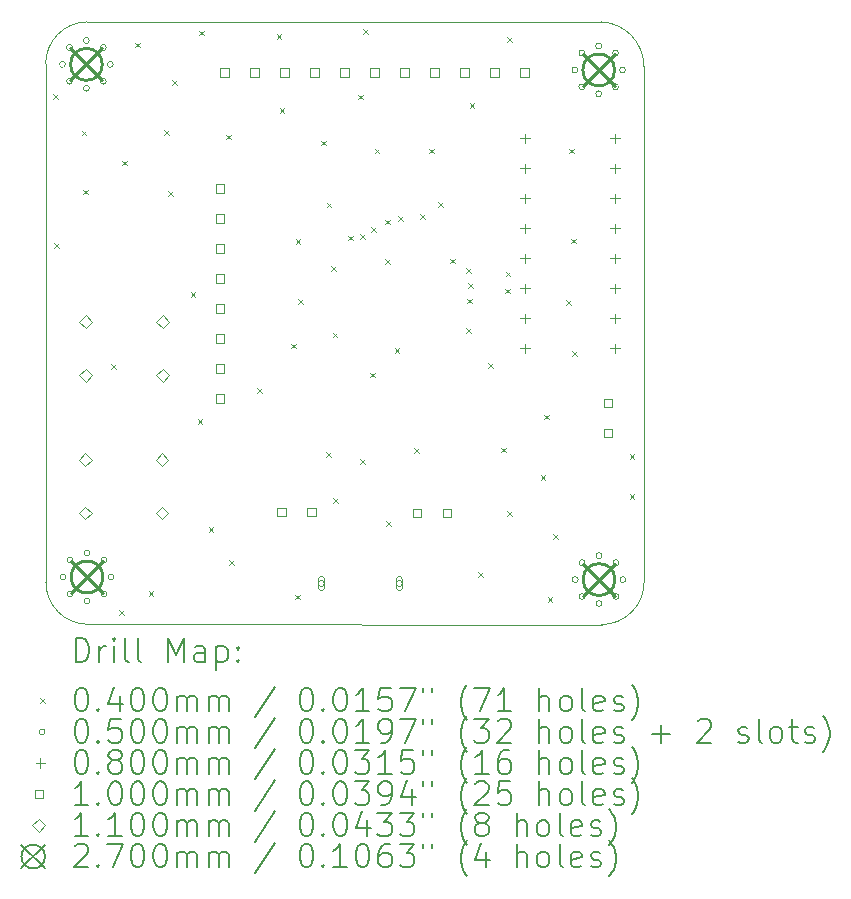
<source format=gbr>
%TF.GenerationSoftware,KiCad,Pcbnew,8.0.7-8.0.7-0~ubuntu22.04.1*%
%TF.CreationDate,2025-01-30T21:49:32+01:00*%
%TF.ProjectId,linefollower_pcb,6c696e65-666f-46c6-9c6f-7765725f7063,rev?*%
%TF.SameCoordinates,Original*%
%TF.FileFunction,Drillmap*%
%TF.FilePolarity,Positive*%
%FSLAX45Y45*%
G04 Gerber Fmt 4.5, Leading zero omitted, Abs format (unit mm)*
G04 Created by KiCad (PCBNEW 8.0.7-8.0.7-0~ubuntu22.04.1) date 2025-01-30 21:49:32*
%MOMM*%
%LPD*%
G01*
G04 APERTURE LIST*
%ADD10C,0.100000*%
%ADD11C,0.200000*%
%ADD12C,0.110000*%
%ADD13C,0.270000*%
G04 APERTURE END LIST*
D10*
X11017058Y-12242252D02*
G75*
G02*
X10657058Y-12602258I-360008J3D01*
G01*
X10657058Y-12602252D02*
X6620000Y-12600000D01*
X10652891Y-7500000D02*
G75*
G02*
X11014999Y-7876811I-15001J-376810D01*
G01*
X6614670Y-7500000D02*
X6297170Y-7500000D01*
X5950000Y-7854588D02*
G75*
G02*
X6297170Y-7499999I354670J-2D01*
G01*
X6302500Y-12600000D02*
G75*
G02*
X5952501Y-12245471I4560J354530D01*
G01*
X6614670Y-7500000D02*
X10652891Y-7500000D01*
X6620000Y-12600000D02*
X6302500Y-12600000D01*
X5952500Y-12245471D02*
X5950000Y-7854588D01*
X11015000Y-7876811D02*
X11017058Y-12242252D01*
D11*
D10*
X6015000Y-8110000D02*
X6055000Y-8150000D01*
X6055000Y-8110000D02*
X6015000Y-8150000D01*
X6020000Y-9375000D02*
X6060000Y-9415000D01*
X6060000Y-9375000D02*
X6020000Y-9415000D01*
X6255000Y-8420000D02*
X6295000Y-8460000D01*
X6295000Y-8420000D02*
X6255000Y-8460000D01*
X6265000Y-8920000D02*
X6305000Y-8960000D01*
X6305000Y-8920000D02*
X6265000Y-8960000D01*
X6505000Y-10395000D02*
X6545000Y-10435000D01*
X6545000Y-10395000D02*
X6505000Y-10435000D01*
X6570000Y-12480000D02*
X6610000Y-12520000D01*
X6610000Y-12480000D02*
X6570000Y-12520000D01*
X6600000Y-8675000D02*
X6640000Y-8715000D01*
X6640000Y-8675000D02*
X6600000Y-8715000D01*
X6710000Y-7675000D02*
X6750000Y-7715000D01*
X6750000Y-7675000D02*
X6710000Y-7715000D01*
X6822500Y-12320000D02*
X6862500Y-12360000D01*
X6862500Y-12320000D02*
X6822500Y-12360000D01*
X6955000Y-8415000D02*
X6995000Y-8455000D01*
X6995000Y-8415000D02*
X6955000Y-8455000D01*
X6985000Y-8935000D02*
X7025000Y-8975000D01*
X7025000Y-8935000D02*
X6985000Y-8975000D01*
X7020000Y-7995000D02*
X7060000Y-8035000D01*
X7060000Y-7995000D02*
X7020000Y-8035000D01*
X7177500Y-9787500D02*
X7217500Y-9827500D01*
X7217500Y-9787500D02*
X7177500Y-9827500D01*
X7237500Y-10862500D02*
X7277500Y-10902500D01*
X7277500Y-10862500D02*
X7237500Y-10902500D01*
X7250000Y-7575000D02*
X7290000Y-7615000D01*
X7290000Y-7575000D02*
X7250000Y-7615000D01*
X7330000Y-11780000D02*
X7370000Y-11820000D01*
X7370000Y-11780000D02*
X7330000Y-11820000D01*
X7480000Y-8455000D02*
X7520000Y-8495000D01*
X7520000Y-8455000D02*
X7480000Y-8495000D01*
X7505000Y-12055000D02*
X7545000Y-12095000D01*
X7545000Y-12055000D02*
X7505000Y-12095000D01*
X7741000Y-10604000D02*
X7781000Y-10644000D01*
X7781000Y-10604000D02*
X7741000Y-10644000D01*
X7905000Y-7605000D02*
X7945000Y-7645000D01*
X7945000Y-7605000D02*
X7905000Y-7645000D01*
X7930000Y-8230000D02*
X7970000Y-8270000D01*
X7970000Y-8230000D02*
X7930000Y-8270000D01*
X8030000Y-10225000D02*
X8070000Y-10265000D01*
X8070000Y-10225000D02*
X8030000Y-10265000D01*
X8065000Y-12350000D02*
X8105000Y-12390000D01*
X8105000Y-12350000D02*
X8065000Y-12390000D01*
X8067500Y-9337500D02*
X8107500Y-9377500D01*
X8107500Y-9337500D02*
X8067500Y-9377500D01*
X8090000Y-9845000D02*
X8130000Y-9885000D01*
X8130000Y-9845000D02*
X8090000Y-9885000D01*
X8280000Y-8505000D02*
X8320000Y-8545000D01*
X8320000Y-8505000D02*
X8280000Y-8545000D01*
X8327500Y-11145000D02*
X8367500Y-11185000D01*
X8367500Y-11145000D02*
X8327500Y-11185000D01*
X8330000Y-9030000D02*
X8370000Y-9070000D01*
X8370000Y-9030000D02*
X8330000Y-9070000D01*
X8365000Y-9570000D02*
X8405000Y-9610000D01*
X8405000Y-9570000D02*
X8365000Y-9610000D01*
X8380000Y-10130000D02*
X8420000Y-10170000D01*
X8420000Y-10130000D02*
X8380000Y-10170000D01*
X8385000Y-11535000D02*
X8425000Y-11575000D01*
X8425000Y-11535000D02*
X8385000Y-11575000D01*
X8510584Y-9310322D02*
X8550584Y-9350322D01*
X8550584Y-9310322D02*
X8510584Y-9350322D01*
X8595000Y-8115000D02*
X8635000Y-8155000D01*
X8635000Y-8115000D02*
X8595000Y-8155000D01*
X8610000Y-9300000D02*
X8650000Y-9340000D01*
X8650000Y-9300000D02*
X8610000Y-9340000D01*
X8610000Y-11205000D02*
X8650000Y-11245000D01*
X8650000Y-11205000D02*
X8610000Y-11245000D01*
X8635000Y-7560000D02*
X8675000Y-7600000D01*
X8675000Y-7560000D02*
X8635000Y-7600000D01*
X8695000Y-10470000D02*
X8735000Y-10510000D01*
X8735000Y-10470000D02*
X8695000Y-10510000D01*
X8705000Y-9235000D02*
X8745000Y-9275000D01*
X8745000Y-9235000D02*
X8705000Y-9275000D01*
X8735000Y-8572500D02*
X8775000Y-8612500D01*
X8775000Y-8572500D02*
X8735000Y-8612500D01*
X8825000Y-9175000D02*
X8865000Y-9215000D01*
X8865000Y-9175000D02*
X8825000Y-9215000D01*
X8825000Y-9510000D02*
X8865000Y-9550000D01*
X8865000Y-9510000D02*
X8825000Y-9550000D01*
X8830000Y-11730000D02*
X8870000Y-11770000D01*
X8870000Y-11730000D02*
X8830000Y-11770000D01*
X8905000Y-10265000D02*
X8945000Y-10305000D01*
X8945000Y-10265000D02*
X8905000Y-10305000D01*
X8935000Y-9145000D02*
X8975000Y-9185000D01*
X8975000Y-9145000D02*
X8935000Y-9185000D01*
X9070000Y-11110000D02*
X9110000Y-11150000D01*
X9110000Y-11110000D02*
X9070000Y-11150000D01*
X9120000Y-9127550D02*
X9160000Y-9167550D01*
X9160000Y-9127550D02*
X9120000Y-9167550D01*
X9199000Y-8572188D02*
X9239000Y-8612188D01*
X9239000Y-8572188D02*
X9199000Y-8612188D01*
X9275000Y-9025000D02*
X9315000Y-9065000D01*
X9315000Y-9025000D02*
X9275000Y-9065000D01*
X9375000Y-9505000D02*
X9415000Y-9545000D01*
X9415000Y-9505000D02*
X9375000Y-9545000D01*
X9513000Y-9586000D02*
X9553000Y-9626000D01*
X9553000Y-9586000D02*
X9513000Y-9626000D01*
X9513000Y-10094000D02*
X9553000Y-10134000D01*
X9553000Y-10094000D02*
X9513000Y-10134000D01*
X9520000Y-9842500D02*
X9560000Y-9882500D01*
X9560000Y-9842500D02*
X9520000Y-9882500D01*
X9525000Y-9715000D02*
X9565000Y-9755000D01*
X9565000Y-9715000D02*
X9525000Y-9755000D01*
X9540000Y-8185000D02*
X9580000Y-8225000D01*
X9580000Y-8185000D02*
X9540000Y-8225000D01*
X9609000Y-12160000D02*
X9649000Y-12200000D01*
X9649000Y-12160000D02*
X9609000Y-12200000D01*
X9695000Y-10390000D02*
X9735000Y-10430000D01*
X9735000Y-10390000D02*
X9695000Y-10430000D01*
X9807500Y-11105000D02*
X9847500Y-11145000D01*
X9847500Y-11105000D02*
X9807500Y-11145000D01*
X9840000Y-9757500D02*
X9880000Y-9797500D01*
X9880000Y-9757500D02*
X9840000Y-9797500D01*
X9845000Y-9615000D02*
X9885000Y-9655000D01*
X9885000Y-9615000D02*
X9845000Y-9655000D01*
X9855000Y-11645000D02*
X9895000Y-11685000D01*
X9895000Y-11645000D02*
X9855000Y-11685000D01*
X9860000Y-7630000D02*
X9900000Y-7670000D01*
X9900000Y-7630000D02*
X9860000Y-7670000D01*
X10140000Y-11335000D02*
X10180000Y-11375000D01*
X10180000Y-11335000D02*
X10140000Y-11375000D01*
X10170000Y-10825000D02*
X10210000Y-10865000D01*
X10210000Y-10825000D02*
X10170000Y-10865000D01*
X10200000Y-12372500D02*
X10240000Y-12412500D01*
X10240000Y-12372500D02*
X10200000Y-12412500D01*
X10245000Y-11837500D02*
X10285000Y-11877500D01*
X10285000Y-11837500D02*
X10245000Y-11877500D01*
X10355000Y-9857500D02*
X10395000Y-9897500D01*
X10395000Y-9857500D02*
X10355000Y-9897500D01*
X10382500Y-8572500D02*
X10422500Y-8612500D01*
X10422500Y-8572500D02*
X10382500Y-8612500D01*
X10401250Y-9335442D02*
X10441250Y-9375442D01*
X10441250Y-9335442D02*
X10401250Y-9375442D01*
X10405000Y-10290000D02*
X10445000Y-10330000D01*
X10445000Y-10290000D02*
X10405000Y-10330000D01*
X10895000Y-11157500D02*
X10935000Y-11197500D01*
X10935000Y-11157500D02*
X10895000Y-11197500D01*
X10895000Y-11500000D02*
X10935000Y-11540000D01*
X10935000Y-11500000D02*
X10895000Y-11540000D01*
X6117500Y-7860000D02*
G75*
G02*
X6067500Y-7860000I-25000J0D01*
G01*
X6067500Y-7860000D02*
G75*
G02*
X6117500Y-7860000I25000J0D01*
G01*
X6122500Y-12200000D02*
G75*
G02*
X6072500Y-12200000I-25000J0D01*
G01*
X6072500Y-12200000D02*
G75*
G02*
X6122500Y-12200000I25000J0D01*
G01*
X6176811Y-7716811D02*
G75*
G02*
X6126811Y-7716811I-25000J0D01*
G01*
X6126811Y-7716811D02*
G75*
G02*
X6176811Y-7716811I25000J0D01*
G01*
X6176811Y-8003189D02*
G75*
G02*
X6126811Y-8003189I-25000J0D01*
G01*
X6126811Y-8003189D02*
G75*
G02*
X6176811Y-8003189I25000J0D01*
G01*
X6181811Y-12056811D02*
G75*
G02*
X6131811Y-12056811I-25000J0D01*
G01*
X6131811Y-12056811D02*
G75*
G02*
X6181811Y-12056811I25000J0D01*
G01*
X6181811Y-12343189D02*
G75*
G02*
X6131811Y-12343189I-25000J0D01*
G01*
X6131811Y-12343189D02*
G75*
G02*
X6181811Y-12343189I25000J0D01*
G01*
X6320000Y-7657500D02*
G75*
G02*
X6270000Y-7657500I-25000J0D01*
G01*
X6270000Y-7657500D02*
G75*
G02*
X6320000Y-7657500I25000J0D01*
G01*
X6320000Y-8062500D02*
G75*
G02*
X6270000Y-8062500I-25000J0D01*
G01*
X6270000Y-8062500D02*
G75*
G02*
X6320000Y-8062500I25000J0D01*
G01*
X6325000Y-11997500D02*
G75*
G02*
X6275000Y-11997500I-25000J0D01*
G01*
X6275000Y-11997500D02*
G75*
G02*
X6325000Y-11997500I25000J0D01*
G01*
X6325000Y-12402500D02*
G75*
G02*
X6275000Y-12402500I-25000J0D01*
G01*
X6275000Y-12402500D02*
G75*
G02*
X6325000Y-12402500I25000J0D01*
G01*
X6463189Y-7716811D02*
G75*
G02*
X6413189Y-7716811I-25000J0D01*
G01*
X6413189Y-7716811D02*
G75*
G02*
X6463189Y-7716811I25000J0D01*
G01*
X6463189Y-8003189D02*
G75*
G02*
X6413189Y-8003189I-25000J0D01*
G01*
X6413189Y-8003189D02*
G75*
G02*
X6463189Y-8003189I25000J0D01*
G01*
X6468189Y-12056811D02*
G75*
G02*
X6418189Y-12056811I-25000J0D01*
G01*
X6418189Y-12056811D02*
G75*
G02*
X6468189Y-12056811I25000J0D01*
G01*
X6468189Y-12343189D02*
G75*
G02*
X6418189Y-12343189I-25000J0D01*
G01*
X6418189Y-12343189D02*
G75*
G02*
X6468189Y-12343189I25000J0D01*
G01*
X6522500Y-7860000D02*
G75*
G02*
X6472500Y-7860000I-25000J0D01*
G01*
X6472500Y-7860000D02*
G75*
G02*
X6522500Y-7860000I25000J0D01*
G01*
X6527500Y-12200000D02*
G75*
G02*
X6477500Y-12200000I-25000J0D01*
G01*
X6477500Y-12200000D02*
G75*
G02*
X6527500Y-12200000I25000J0D01*
G01*
X8310000Y-12255000D02*
G75*
G02*
X8260000Y-12255000I-25000J0D01*
G01*
X8260000Y-12255000D02*
G75*
G02*
X8310000Y-12255000I25000J0D01*
G01*
X8310000Y-12290000D02*
X8310000Y-12220000D01*
X8260000Y-12220000D02*
G75*
G02*
X8310000Y-12220000I25000J0D01*
G01*
X8260000Y-12220000D02*
X8260000Y-12290000D01*
X8260000Y-12290000D02*
G75*
G03*
X8310000Y-12290000I25000J0D01*
G01*
X8970000Y-12255000D02*
G75*
G02*
X8920000Y-12255000I-25000J0D01*
G01*
X8920000Y-12255000D02*
G75*
G02*
X8970000Y-12255000I25000J0D01*
G01*
X8970000Y-12290000D02*
X8970000Y-12220000D01*
X8920000Y-12220000D02*
G75*
G02*
X8970000Y-12220000I25000J0D01*
G01*
X8920000Y-12220000D02*
X8920000Y-12290000D01*
X8920000Y-12290000D02*
G75*
G03*
X8970000Y-12290000I25000J0D01*
G01*
X10455000Y-7906811D02*
G75*
G02*
X10405000Y-7906811I-25000J0D01*
G01*
X10405000Y-7906811D02*
G75*
G02*
X10455000Y-7906811I25000J0D01*
G01*
X10457500Y-12221811D02*
G75*
G02*
X10407500Y-12221811I-25000J0D01*
G01*
X10407500Y-12221811D02*
G75*
G02*
X10457500Y-12221811I25000J0D01*
G01*
X10514311Y-7763622D02*
G75*
G02*
X10464311Y-7763622I-25000J0D01*
G01*
X10464311Y-7763622D02*
G75*
G02*
X10514311Y-7763622I25000J0D01*
G01*
X10514311Y-8050000D02*
G75*
G02*
X10464311Y-8050000I-25000J0D01*
G01*
X10464311Y-8050000D02*
G75*
G02*
X10514311Y-8050000I25000J0D01*
G01*
X10516811Y-12078622D02*
G75*
G02*
X10466811Y-12078622I-25000J0D01*
G01*
X10466811Y-12078622D02*
G75*
G02*
X10516811Y-12078622I25000J0D01*
G01*
X10516811Y-12365000D02*
G75*
G02*
X10466811Y-12365000I-25000J0D01*
G01*
X10466811Y-12365000D02*
G75*
G02*
X10516811Y-12365000I25000J0D01*
G01*
X10657500Y-7704311D02*
G75*
G02*
X10607500Y-7704311I-25000J0D01*
G01*
X10607500Y-7704311D02*
G75*
G02*
X10657500Y-7704311I25000J0D01*
G01*
X10657500Y-8109311D02*
G75*
G02*
X10607500Y-8109311I-25000J0D01*
G01*
X10607500Y-8109311D02*
G75*
G02*
X10657500Y-8109311I25000J0D01*
G01*
X10660000Y-12019311D02*
G75*
G02*
X10610000Y-12019311I-25000J0D01*
G01*
X10610000Y-12019311D02*
G75*
G02*
X10660000Y-12019311I25000J0D01*
G01*
X10660000Y-12424311D02*
G75*
G02*
X10610000Y-12424311I-25000J0D01*
G01*
X10610000Y-12424311D02*
G75*
G02*
X10660000Y-12424311I25000J0D01*
G01*
X10800689Y-7763622D02*
G75*
G02*
X10750689Y-7763622I-25000J0D01*
G01*
X10750689Y-7763622D02*
G75*
G02*
X10800689Y-7763622I25000J0D01*
G01*
X10800689Y-8050000D02*
G75*
G02*
X10750689Y-8050000I-25000J0D01*
G01*
X10750689Y-8050000D02*
G75*
G02*
X10800689Y-8050000I25000J0D01*
G01*
X10803189Y-12078622D02*
G75*
G02*
X10753189Y-12078622I-25000J0D01*
G01*
X10753189Y-12078622D02*
G75*
G02*
X10803189Y-12078622I25000J0D01*
G01*
X10803189Y-12365000D02*
G75*
G02*
X10753189Y-12365000I-25000J0D01*
G01*
X10753189Y-12365000D02*
G75*
G02*
X10803189Y-12365000I25000J0D01*
G01*
X10860000Y-7906811D02*
G75*
G02*
X10810000Y-7906811I-25000J0D01*
G01*
X10810000Y-7906811D02*
G75*
G02*
X10860000Y-7906811I25000J0D01*
G01*
X10862500Y-12221811D02*
G75*
G02*
X10812500Y-12221811I-25000J0D01*
G01*
X10812500Y-12221811D02*
G75*
G02*
X10862500Y-12221811I25000J0D01*
G01*
X10010000Y-8447000D02*
X10010000Y-8527000D01*
X9970000Y-8487000D02*
X10050000Y-8487000D01*
X10010000Y-8701000D02*
X10010000Y-8781000D01*
X9970000Y-8741000D02*
X10050000Y-8741000D01*
X10010000Y-8955000D02*
X10010000Y-9035000D01*
X9970000Y-8995000D02*
X10050000Y-8995000D01*
X10010000Y-9209000D02*
X10010000Y-9289000D01*
X9970000Y-9249000D02*
X10050000Y-9249000D01*
X10010000Y-9463000D02*
X10010000Y-9543000D01*
X9970000Y-9503000D02*
X10050000Y-9503000D01*
X10010000Y-9717000D02*
X10010000Y-9797000D01*
X9970000Y-9757000D02*
X10050000Y-9757000D01*
X10010000Y-9971000D02*
X10010000Y-10051000D01*
X9970000Y-10011000D02*
X10050000Y-10011000D01*
X10010000Y-10225000D02*
X10010000Y-10305000D01*
X9970000Y-10265000D02*
X10050000Y-10265000D01*
X10772000Y-8447000D02*
X10772000Y-8527000D01*
X10732000Y-8487000D02*
X10812000Y-8487000D01*
X10772000Y-8701000D02*
X10772000Y-8781000D01*
X10732000Y-8741000D02*
X10812000Y-8741000D01*
X10772000Y-8955000D02*
X10772000Y-9035000D01*
X10732000Y-8995000D02*
X10812000Y-8995000D01*
X10772000Y-9209000D02*
X10772000Y-9289000D01*
X10732000Y-9249000D02*
X10812000Y-9249000D01*
X10772000Y-9463000D02*
X10772000Y-9543000D01*
X10732000Y-9503000D02*
X10812000Y-9503000D01*
X10772000Y-9717000D02*
X10772000Y-9797000D01*
X10732000Y-9757000D02*
X10812000Y-9757000D01*
X10772000Y-9971000D02*
X10772000Y-10051000D01*
X10732000Y-10011000D02*
X10812000Y-10011000D01*
X10772000Y-10225000D02*
X10772000Y-10305000D01*
X10732000Y-10265000D02*
X10812000Y-10265000D01*
X7460356Y-8944856D02*
X7460356Y-8874144D01*
X7389644Y-8874144D01*
X7389644Y-8944856D01*
X7460356Y-8944856D01*
X7460356Y-9198856D02*
X7460356Y-9128144D01*
X7389644Y-9128144D01*
X7389644Y-9198856D01*
X7460356Y-9198856D01*
X7460356Y-9452856D02*
X7460356Y-9382144D01*
X7389644Y-9382144D01*
X7389644Y-9452856D01*
X7460356Y-9452856D01*
X7460356Y-9706856D02*
X7460356Y-9636144D01*
X7389644Y-9636144D01*
X7389644Y-9706856D01*
X7460356Y-9706856D01*
X7460356Y-9960856D02*
X7460356Y-9890144D01*
X7389644Y-9890144D01*
X7389644Y-9960856D01*
X7460356Y-9960856D01*
X7460356Y-10214856D02*
X7460356Y-10144144D01*
X7389644Y-10144144D01*
X7389644Y-10214856D01*
X7460356Y-10214856D01*
X7460356Y-10468856D02*
X7460356Y-10398144D01*
X7389644Y-10398144D01*
X7389644Y-10468856D01*
X7460356Y-10468856D01*
X7460356Y-10722856D02*
X7460356Y-10652144D01*
X7389644Y-10652144D01*
X7389644Y-10722856D01*
X7460356Y-10722856D01*
X7499356Y-7965356D02*
X7499356Y-7894644D01*
X7428644Y-7894644D01*
X7428644Y-7965356D01*
X7499356Y-7965356D01*
X7753356Y-7965356D02*
X7753356Y-7894644D01*
X7682644Y-7894644D01*
X7682644Y-7965356D01*
X7753356Y-7965356D01*
X7981356Y-11685356D02*
X7981356Y-11614644D01*
X7910644Y-11614644D01*
X7910644Y-11685356D01*
X7981356Y-11685356D01*
X8007356Y-7965356D02*
X8007356Y-7894644D01*
X7936644Y-7894644D01*
X7936644Y-7965356D01*
X8007356Y-7965356D01*
X8235356Y-11685356D02*
X8235356Y-11614644D01*
X8164644Y-11614644D01*
X8164644Y-11685356D01*
X8235356Y-11685356D01*
X8261356Y-7965356D02*
X8261356Y-7894644D01*
X8190644Y-7894644D01*
X8190644Y-7965356D01*
X8261356Y-7965356D01*
X8515356Y-7965356D02*
X8515356Y-7894644D01*
X8444644Y-7894644D01*
X8444644Y-7965356D01*
X8515356Y-7965356D01*
X8769356Y-7965356D02*
X8769356Y-7894644D01*
X8698644Y-7894644D01*
X8698644Y-7965356D01*
X8769356Y-7965356D01*
X9023356Y-7965356D02*
X9023356Y-7894644D01*
X8952644Y-7894644D01*
X8952644Y-7965356D01*
X9023356Y-7965356D01*
X9131356Y-11695356D02*
X9131356Y-11624644D01*
X9060644Y-11624644D01*
X9060644Y-11695356D01*
X9131356Y-11695356D01*
X9277356Y-7965356D02*
X9277356Y-7894644D01*
X9206644Y-7894644D01*
X9206644Y-7965356D01*
X9277356Y-7965356D01*
X9385356Y-11695356D02*
X9385356Y-11624644D01*
X9314644Y-11624644D01*
X9314644Y-11695356D01*
X9385356Y-11695356D01*
X9531356Y-7965356D02*
X9531356Y-7894644D01*
X9460644Y-7894644D01*
X9460644Y-7965356D01*
X9531356Y-7965356D01*
X9785356Y-7965356D02*
X9785356Y-7894644D01*
X9714644Y-7894644D01*
X9714644Y-7965356D01*
X9785356Y-7965356D01*
X10039356Y-7965356D02*
X10039356Y-7894644D01*
X9968644Y-7894644D01*
X9968644Y-7965356D01*
X10039356Y-7965356D01*
X10745356Y-10760356D02*
X10745356Y-10689644D01*
X10674644Y-10689644D01*
X10674644Y-10760356D01*
X10745356Y-10760356D01*
X10745356Y-11014356D02*
X10745356Y-10943644D01*
X10674644Y-10943644D01*
X10674644Y-11014356D01*
X10745356Y-11014356D01*
D12*
X6285000Y-11263113D02*
X6340000Y-11208113D01*
X6285000Y-11153113D01*
X6230000Y-11208113D01*
X6285000Y-11263113D01*
X6285000Y-11713113D02*
X6340000Y-11658113D01*
X6285000Y-11603113D01*
X6230000Y-11658113D01*
X6285000Y-11713113D01*
X6290000Y-10095000D02*
X6345000Y-10040000D01*
X6290000Y-9985000D01*
X6235000Y-10040000D01*
X6290000Y-10095000D01*
X6290000Y-10545000D02*
X6345000Y-10490000D01*
X6290000Y-10435000D01*
X6235000Y-10490000D01*
X6290000Y-10545000D01*
X6935000Y-11263113D02*
X6990000Y-11208113D01*
X6935000Y-11153113D01*
X6880000Y-11208113D01*
X6935000Y-11263113D01*
X6935000Y-11713113D02*
X6990000Y-11658113D01*
X6935000Y-11603113D01*
X6880000Y-11658113D01*
X6935000Y-11713113D01*
X6940000Y-10095000D02*
X6995000Y-10040000D01*
X6940000Y-9985000D01*
X6885000Y-10040000D01*
X6940000Y-10095000D01*
X6940000Y-10545000D02*
X6995000Y-10490000D01*
X6940000Y-10435000D01*
X6885000Y-10490000D01*
X6940000Y-10545000D01*
D13*
X6160000Y-7725000D02*
X6430000Y-7995000D01*
X6430000Y-7725000D02*
X6160000Y-7995000D01*
X6430000Y-7860000D02*
G75*
G02*
X6160000Y-7860000I-135000J0D01*
G01*
X6160000Y-7860000D02*
G75*
G02*
X6430000Y-7860000I135000J0D01*
G01*
X6165000Y-12065000D02*
X6435000Y-12335000D01*
X6435000Y-12065000D02*
X6165000Y-12335000D01*
X6435000Y-12200000D02*
G75*
G02*
X6165000Y-12200000I-135000J0D01*
G01*
X6165000Y-12200000D02*
G75*
G02*
X6435000Y-12200000I135000J0D01*
G01*
X10497500Y-7771811D02*
X10767500Y-8041811D01*
X10767500Y-7771811D02*
X10497500Y-8041811D01*
X10767500Y-7906811D02*
G75*
G02*
X10497500Y-7906811I-135000J0D01*
G01*
X10497500Y-7906811D02*
G75*
G02*
X10767500Y-7906811I135000J0D01*
G01*
X10500000Y-12086811D02*
X10770000Y-12356811D01*
X10770000Y-12086811D02*
X10500000Y-12356811D01*
X10770000Y-12221811D02*
G75*
G02*
X10500000Y-12221811I-135000J0D01*
G01*
X10500000Y-12221811D02*
G75*
G02*
X10770000Y-12221811I135000J0D01*
G01*
D11*
X6205777Y-12918736D02*
X6205777Y-12718736D01*
X6205777Y-12718736D02*
X6253396Y-12718736D01*
X6253396Y-12718736D02*
X6281967Y-12728260D01*
X6281967Y-12728260D02*
X6301015Y-12747308D01*
X6301015Y-12747308D02*
X6310539Y-12766355D01*
X6310539Y-12766355D02*
X6320062Y-12804450D01*
X6320062Y-12804450D02*
X6320062Y-12833022D01*
X6320062Y-12833022D02*
X6310539Y-12871117D01*
X6310539Y-12871117D02*
X6301015Y-12890165D01*
X6301015Y-12890165D02*
X6281967Y-12909212D01*
X6281967Y-12909212D02*
X6253396Y-12918736D01*
X6253396Y-12918736D02*
X6205777Y-12918736D01*
X6405777Y-12918736D02*
X6405777Y-12785403D01*
X6405777Y-12823498D02*
X6415301Y-12804450D01*
X6415301Y-12804450D02*
X6424824Y-12794927D01*
X6424824Y-12794927D02*
X6443872Y-12785403D01*
X6443872Y-12785403D02*
X6462920Y-12785403D01*
X6529586Y-12918736D02*
X6529586Y-12785403D01*
X6529586Y-12718736D02*
X6520062Y-12728260D01*
X6520062Y-12728260D02*
X6529586Y-12737784D01*
X6529586Y-12737784D02*
X6539110Y-12728260D01*
X6539110Y-12728260D02*
X6529586Y-12718736D01*
X6529586Y-12718736D02*
X6529586Y-12737784D01*
X6653396Y-12918736D02*
X6634348Y-12909212D01*
X6634348Y-12909212D02*
X6624824Y-12890165D01*
X6624824Y-12890165D02*
X6624824Y-12718736D01*
X6758158Y-12918736D02*
X6739110Y-12909212D01*
X6739110Y-12909212D02*
X6729586Y-12890165D01*
X6729586Y-12890165D02*
X6729586Y-12718736D01*
X6986729Y-12918736D02*
X6986729Y-12718736D01*
X6986729Y-12718736D02*
X7053396Y-12861593D01*
X7053396Y-12861593D02*
X7120062Y-12718736D01*
X7120062Y-12718736D02*
X7120062Y-12918736D01*
X7301015Y-12918736D02*
X7301015Y-12813974D01*
X7301015Y-12813974D02*
X7291491Y-12794927D01*
X7291491Y-12794927D02*
X7272443Y-12785403D01*
X7272443Y-12785403D02*
X7234348Y-12785403D01*
X7234348Y-12785403D02*
X7215301Y-12794927D01*
X7301015Y-12909212D02*
X7281967Y-12918736D01*
X7281967Y-12918736D02*
X7234348Y-12918736D01*
X7234348Y-12918736D02*
X7215301Y-12909212D01*
X7215301Y-12909212D02*
X7205777Y-12890165D01*
X7205777Y-12890165D02*
X7205777Y-12871117D01*
X7205777Y-12871117D02*
X7215301Y-12852070D01*
X7215301Y-12852070D02*
X7234348Y-12842546D01*
X7234348Y-12842546D02*
X7281967Y-12842546D01*
X7281967Y-12842546D02*
X7301015Y-12833022D01*
X7396253Y-12785403D02*
X7396253Y-12985403D01*
X7396253Y-12794927D02*
X7415301Y-12785403D01*
X7415301Y-12785403D02*
X7453396Y-12785403D01*
X7453396Y-12785403D02*
X7472443Y-12794927D01*
X7472443Y-12794927D02*
X7481967Y-12804450D01*
X7481967Y-12804450D02*
X7491491Y-12823498D01*
X7491491Y-12823498D02*
X7491491Y-12880641D01*
X7491491Y-12880641D02*
X7481967Y-12899689D01*
X7481967Y-12899689D02*
X7472443Y-12909212D01*
X7472443Y-12909212D02*
X7453396Y-12918736D01*
X7453396Y-12918736D02*
X7415301Y-12918736D01*
X7415301Y-12918736D02*
X7396253Y-12909212D01*
X7577205Y-12899689D02*
X7586729Y-12909212D01*
X7586729Y-12909212D02*
X7577205Y-12918736D01*
X7577205Y-12918736D02*
X7567682Y-12909212D01*
X7567682Y-12909212D02*
X7577205Y-12899689D01*
X7577205Y-12899689D02*
X7577205Y-12918736D01*
X7577205Y-12794927D02*
X7586729Y-12804450D01*
X7586729Y-12804450D02*
X7577205Y-12813974D01*
X7577205Y-12813974D02*
X7567682Y-12804450D01*
X7567682Y-12804450D02*
X7577205Y-12794927D01*
X7577205Y-12794927D02*
X7577205Y-12813974D01*
D10*
X5905000Y-13227252D02*
X5945000Y-13267252D01*
X5945000Y-13227252D02*
X5905000Y-13267252D01*
D11*
X6243872Y-13138736D02*
X6262920Y-13138736D01*
X6262920Y-13138736D02*
X6281967Y-13148260D01*
X6281967Y-13148260D02*
X6291491Y-13157784D01*
X6291491Y-13157784D02*
X6301015Y-13176831D01*
X6301015Y-13176831D02*
X6310539Y-13214927D01*
X6310539Y-13214927D02*
X6310539Y-13262546D01*
X6310539Y-13262546D02*
X6301015Y-13300641D01*
X6301015Y-13300641D02*
X6291491Y-13319689D01*
X6291491Y-13319689D02*
X6281967Y-13329212D01*
X6281967Y-13329212D02*
X6262920Y-13338736D01*
X6262920Y-13338736D02*
X6243872Y-13338736D01*
X6243872Y-13338736D02*
X6224824Y-13329212D01*
X6224824Y-13329212D02*
X6215301Y-13319689D01*
X6215301Y-13319689D02*
X6205777Y-13300641D01*
X6205777Y-13300641D02*
X6196253Y-13262546D01*
X6196253Y-13262546D02*
X6196253Y-13214927D01*
X6196253Y-13214927D02*
X6205777Y-13176831D01*
X6205777Y-13176831D02*
X6215301Y-13157784D01*
X6215301Y-13157784D02*
X6224824Y-13148260D01*
X6224824Y-13148260D02*
X6243872Y-13138736D01*
X6396253Y-13319689D02*
X6405777Y-13329212D01*
X6405777Y-13329212D02*
X6396253Y-13338736D01*
X6396253Y-13338736D02*
X6386729Y-13329212D01*
X6386729Y-13329212D02*
X6396253Y-13319689D01*
X6396253Y-13319689D02*
X6396253Y-13338736D01*
X6577205Y-13205403D02*
X6577205Y-13338736D01*
X6529586Y-13129212D02*
X6481967Y-13272070D01*
X6481967Y-13272070D02*
X6605777Y-13272070D01*
X6720062Y-13138736D02*
X6739110Y-13138736D01*
X6739110Y-13138736D02*
X6758158Y-13148260D01*
X6758158Y-13148260D02*
X6767682Y-13157784D01*
X6767682Y-13157784D02*
X6777205Y-13176831D01*
X6777205Y-13176831D02*
X6786729Y-13214927D01*
X6786729Y-13214927D02*
X6786729Y-13262546D01*
X6786729Y-13262546D02*
X6777205Y-13300641D01*
X6777205Y-13300641D02*
X6767682Y-13319689D01*
X6767682Y-13319689D02*
X6758158Y-13329212D01*
X6758158Y-13329212D02*
X6739110Y-13338736D01*
X6739110Y-13338736D02*
X6720062Y-13338736D01*
X6720062Y-13338736D02*
X6701015Y-13329212D01*
X6701015Y-13329212D02*
X6691491Y-13319689D01*
X6691491Y-13319689D02*
X6681967Y-13300641D01*
X6681967Y-13300641D02*
X6672443Y-13262546D01*
X6672443Y-13262546D02*
X6672443Y-13214927D01*
X6672443Y-13214927D02*
X6681967Y-13176831D01*
X6681967Y-13176831D02*
X6691491Y-13157784D01*
X6691491Y-13157784D02*
X6701015Y-13148260D01*
X6701015Y-13148260D02*
X6720062Y-13138736D01*
X6910539Y-13138736D02*
X6929586Y-13138736D01*
X6929586Y-13138736D02*
X6948634Y-13148260D01*
X6948634Y-13148260D02*
X6958158Y-13157784D01*
X6958158Y-13157784D02*
X6967682Y-13176831D01*
X6967682Y-13176831D02*
X6977205Y-13214927D01*
X6977205Y-13214927D02*
X6977205Y-13262546D01*
X6977205Y-13262546D02*
X6967682Y-13300641D01*
X6967682Y-13300641D02*
X6958158Y-13319689D01*
X6958158Y-13319689D02*
X6948634Y-13329212D01*
X6948634Y-13329212D02*
X6929586Y-13338736D01*
X6929586Y-13338736D02*
X6910539Y-13338736D01*
X6910539Y-13338736D02*
X6891491Y-13329212D01*
X6891491Y-13329212D02*
X6881967Y-13319689D01*
X6881967Y-13319689D02*
X6872443Y-13300641D01*
X6872443Y-13300641D02*
X6862920Y-13262546D01*
X6862920Y-13262546D02*
X6862920Y-13214927D01*
X6862920Y-13214927D02*
X6872443Y-13176831D01*
X6872443Y-13176831D02*
X6881967Y-13157784D01*
X6881967Y-13157784D02*
X6891491Y-13148260D01*
X6891491Y-13148260D02*
X6910539Y-13138736D01*
X7062920Y-13338736D02*
X7062920Y-13205403D01*
X7062920Y-13224450D02*
X7072443Y-13214927D01*
X7072443Y-13214927D02*
X7091491Y-13205403D01*
X7091491Y-13205403D02*
X7120063Y-13205403D01*
X7120063Y-13205403D02*
X7139110Y-13214927D01*
X7139110Y-13214927D02*
X7148634Y-13233974D01*
X7148634Y-13233974D02*
X7148634Y-13338736D01*
X7148634Y-13233974D02*
X7158158Y-13214927D01*
X7158158Y-13214927D02*
X7177205Y-13205403D01*
X7177205Y-13205403D02*
X7205777Y-13205403D01*
X7205777Y-13205403D02*
X7224824Y-13214927D01*
X7224824Y-13214927D02*
X7234348Y-13233974D01*
X7234348Y-13233974D02*
X7234348Y-13338736D01*
X7329586Y-13338736D02*
X7329586Y-13205403D01*
X7329586Y-13224450D02*
X7339110Y-13214927D01*
X7339110Y-13214927D02*
X7358158Y-13205403D01*
X7358158Y-13205403D02*
X7386729Y-13205403D01*
X7386729Y-13205403D02*
X7405777Y-13214927D01*
X7405777Y-13214927D02*
X7415301Y-13233974D01*
X7415301Y-13233974D02*
X7415301Y-13338736D01*
X7415301Y-13233974D02*
X7424824Y-13214927D01*
X7424824Y-13214927D02*
X7443872Y-13205403D01*
X7443872Y-13205403D02*
X7472443Y-13205403D01*
X7472443Y-13205403D02*
X7491491Y-13214927D01*
X7491491Y-13214927D02*
X7501015Y-13233974D01*
X7501015Y-13233974D02*
X7501015Y-13338736D01*
X7891491Y-13129212D02*
X7720063Y-13386355D01*
X8148634Y-13138736D02*
X8167682Y-13138736D01*
X8167682Y-13138736D02*
X8186729Y-13148260D01*
X8186729Y-13148260D02*
X8196253Y-13157784D01*
X8196253Y-13157784D02*
X8205777Y-13176831D01*
X8205777Y-13176831D02*
X8215301Y-13214927D01*
X8215301Y-13214927D02*
X8215301Y-13262546D01*
X8215301Y-13262546D02*
X8205777Y-13300641D01*
X8205777Y-13300641D02*
X8196253Y-13319689D01*
X8196253Y-13319689D02*
X8186729Y-13329212D01*
X8186729Y-13329212D02*
X8167682Y-13338736D01*
X8167682Y-13338736D02*
X8148634Y-13338736D01*
X8148634Y-13338736D02*
X8129586Y-13329212D01*
X8129586Y-13329212D02*
X8120063Y-13319689D01*
X8120063Y-13319689D02*
X8110539Y-13300641D01*
X8110539Y-13300641D02*
X8101015Y-13262546D01*
X8101015Y-13262546D02*
X8101015Y-13214927D01*
X8101015Y-13214927D02*
X8110539Y-13176831D01*
X8110539Y-13176831D02*
X8120063Y-13157784D01*
X8120063Y-13157784D02*
X8129586Y-13148260D01*
X8129586Y-13148260D02*
X8148634Y-13138736D01*
X8301015Y-13319689D02*
X8310539Y-13329212D01*
X8310539Y-13329212D02*
X8301015Y-13338736D01*
X8301015Y-13338736D02*
X8291491Y-13329212D01*
X8291491Y-13329212D02*
X8301015Y-13319689D01*
X8301015Y-13319689D02*
X8301015Y-13338736D01*
X8434348Y-13138736D02*
X8453396Y-13138736D01*
X8453396Y-13138736D02*
X8472444Y-13148260D01*
X8472444Y-13148260D02*
X8481968Y-13157784D01*
X8481968Y-13157784D02*
X8491491Y-13176831D01*
X8491491Y-13176831D02*
X8501015Y-13214927D01*
X8501015Y-13214927D02*
X8501015Y-13262546D01*
X8501015Y-13262546D02*
X8491491Y-13300641D01*
X8491491Y-13300641D02*
X8481968Y-13319689D01*
X8481968Y-13319689D02*
X8472444Y-13329212D01*
X8472444Y-13329212D02*
X8453396Y-13338736D01*
X8453396Y-13338736D02*
X8434348Y-13338736D01*
X8434348Y-13338736D02*
X8415301Y-13329212D01*
X8415301Y-13329212D02*
X8405777Y-13319689D01*
X8405777Y-13319689D02*
X8396253Y-13300641D01*
X8396253Y-13300641D02*
X8386729Y-13262546D01*
X8386729Y-13262546D02*
X8386729Y-13214927D01*
X8386729Y-13214927D02*
X8396253Y-13176831D01*
X8396253Y-13176831D02*
X8405777Y-13157784D01*
X8405777Y-13157784D02*
X8415301Y-13148260D01*
X8415301Y-13148260D02*
X8434348Y-13138736D01*
X8691491Y-13338736D02*
X8577206Y-13338736D01*
X8634348Y-13338736D02*
X8634348Y-13138736D01*
X8634348Y-13138736D02*
X8615301Y-13167308D01*
X8615301Y-13167308D02*
X8596253Y-13186355D01*
X8596253Y-13186355D02*
X8577206Y-13195879D01*
X8872444Y-13138736D02*
X8777206Y-13138736D01*
X8777206Y-13138736D02*
X8767682Y-13233974D01*
X8767682Y-13233974D02*
X8777206Y-13224450D01*
X8777206Y-13224450D02*
X8796253Y-13214927D01*
X8796253Y-13214927D02*
X8843872Y-13214927D01*
X8843872Y-13214927D02*
X8862920Y-13224450D01*
X8862920Y-13224450D02*
X8872444Y-13233974D01*
X8872444Y-13233974D02*
X8881968Y-13253022D01*
X8881968Y-13253022D02*
X8881968Y-13300641D01*
X8881968Y-13300641D02*
X8872444Y-13319689D01*
X8872444Y-13319689D02*
X8862920Y-13329212D01*
X8862920Y-13329212D02*
X8843872Y-13338736D01*
X8843872Y-13338736D02*
X8796253Y-13338736D01*
X8796253Y-13338736D02*
X8777206Y-13329212D01*
X8777206Y-13329212D02*
X8767682Y-13319689D01*
X8948634Y-13138736D02*
X9081968Y-13138736D01*
X9081968Y-13138736D02*
X8996253Y-13338736D01*
X9148634Y-13138736D02*
X9148634Y-13176831D01*
X9224825Y-13138736D02*
X9224825Y-13176831D01*
X9520063Y-13414927D02*
X9510539Y-13405403D01*
X9510539Y-13405403D02*
X9491491Y-13376831D01*
X9491491Y-13376831D02*
X9481968Y-13357784D01*
X9481968Y-13357784D02*
X9472444Y-13329212D01*
X9472444Y-13329212D02*
X9462920Y-13281593D01*
X9462920Y-13281593D02*
X9462920Y-13243498D01*
X9462920Y-13243498D02*
X9472444Y-13195879D01*
X9472444Y-13195879D02*
X9481968Y-13167308D01*
X9481968Y-13167308D02*
X9491491Y-13148260D01*
X9491491Y-13148260D02*
X9510539Y-13119689D01*
X9510539Y-13119689D02*
X9520063Y-13110165D01*
X9577206Y-13138736D02*
X9710539Y-13138736D01*
X9710539Y-13138736D02*
X9624825Y-13338736D01*
X9891491Y-13338736D02*
X9777206Y-13338736D01*
X9834349Y-13338736D02*
X9834349Y-13138736D01*
X9834349Y-13138736D02*
X9815301Y-13167308D01*
X9815301Y-13167308D02*
X9796253Y-13186355D01*
X9796253Y-13186355D02*
X9777206Y-13195879D01*
X10129587Y-13338736D02*
X10129587Y-13138736D01*
X10215301Y-13338736D02*
X10215301Y-13233974D01*
X10215301Y-13233974D02*
X10205777Y-13214927D01*
X10205777Y-13214927D02*
X10186730Y-13205403D01*
X10186730Y-13205403D02*
X10158158Y-13205403D01*
X10158158Y-13205403D02*
X10139111Y-13214927D01*
X10139111Y-13214927D02*
X10129587Y-13224450D01*
X10339111Y-13338736D02*
X10320063Y-13329212D01*
X10320063Y-13329212D02*
X10310539Y-13319689D01*
X10310539Y-13319689D02*
X10301015Y-13300641D01*
X10301015Y-13300641D02*
X10301015Y-13243498D01*
X10301015Y-13243498D02*
X10310539Y-13224450D01*
X10310539Y-13224450D02*
X10320063Y-13214927D01*
X10320063Y-13214927D02*
X10339111Y-13205403D01*
X10339111Y-13205403D02*
X10367682Y-13205403D01*
X10367682Y-13205403D02*
X10386730Y-13214927D01*
X10386730Y-13214927D02*
X10396253Y-13224450D01*
X10396253Y-13224450D02*
X10405777Y-13243498D01*
X10405777Y-13243498D02*
X10405777Y-13300641D01*
X10405777Y-13300641D02*
X10396253Y-13319689D01*
X10396253Y-13319689D02*
X10386730Y-13329212D01*
X10386730Y-13329212D02*
X10367682Y-13338736D01*
X10367682Y-13338736D02*
X10339111Y-13338736D01*
X10520063Y-13338736D02*
X10501015Y-13329212D01*
X10501015Y-13329212D02*
X10491492Y-13310165D01*
X10491492Y-13310165D02*
X10491492Y-13138736D01*
X10672444Y-13329212D02*
X10653396Y-13338736D01*
X10653396Y-13338736D02*
X10615301Y-13338736D01*
X10615301Y-13338736D02*
X10596253Y-13329212D01*
X10596253Y-13329212D02*
X10586730Y-13310165D01*
X10586730Y-13310165D02*
X10586730Y-13233974D01*
X10586730Y-13233974D02*
X10596253Y-13214927D01*
X10596253Y-13214927D02*
X10615301Y-13205403D01*
X10615301Y-13205403D02*
X10653396Y-13205403D01*
X10653396Y-13205403D02*
X10672444Y-13214927D01*
X10672444Y-13214927D02*
X10681968Y-13233974D01*
X10681968Y-13233974D02*
X10681968Y-13253022D01*
X10681968Y-13253022D02*
X10586730Y-13272070D01*
X10758158Y-13329212D02*
X10777206Y-13338736D01*
X10777206Y-13338736D02*
X10815301Y-13338736D01*
X10815301Y-13338736D02*
X10834349Y-13329212D01*
X10834349Y-13329212D02*
X10843873Y-13310165D01*
X10843873Y-13310165D02*
X10843873Y-13300641D01*
X10843873Y-13300641D02*
X10834349Y-13281593D01*
X10834349Y-13281593D02*
X10815301Y-13272070D01*
X10815301Y-13272070D02*
X10786730Y-13272070D01*
X10786730Y-13272070D02*
X10767682Y-13262546D01*
X10767682Y-13262546D02*
X10758158Y-13243498D01*
X10758158Y-13243498D02*
X10758158Y-13233974D01*
X10758158Y-13233974D02*
X10767682Y-13214927D01*
X10767682Y-13214927D02*
X10786730Y-13205403D01*
X10786730Y-13205403D02*
X10815301Y-13205403D01*
X10815301Y-13205403D02*
X10834349Y-13214927D01*
X10910539Y-13414927D02*
X10920063Y-13405403D01*
X10920063Y-13405403D02*
X10939111Y-13376831D01*
X10939111Y-13376831D02*
X10948634Y-13357784D01*
X10948634Y-13357784D02*
X10958158Y-13329212D01*
X10958158Y-13329212D02*
X10967682Y-13281593D01*
X10967682Y-13281593D02*
X10967682Y-13243498D01*
X10967682Y-13243498D02*
X10958158Y-13195879D01*
X10958158Y-13195879D02*
X10948634Y-13167308D01*
X10948634Y-13167308D02*
X10939111Y-13148260D01*
X10939111Y-13148260D02*
X10920063Y-13119689D01*
X10920063Y-13119689D02*
X10910539Y-13110165D01*
D10*
X5945000Y-13511252D02*
G75*
G02*
X5895000Y-13511252I-25000J0D01*
G01*
X5895000Y-13511252D02*
G75*
G02*
X5945000Y-13511252I25000J0D01*
G01*
D11*
X6243872Y-13402736D02*
X6262920Y-13402736D01*
X6262920Y-13402736D02*
X6281967Y-13412260D01*
X6281967Y-13412260D02*
X6291491Y-13421784D01*
X6291491Y-13421784D02*
X6301015Y-13440831D01*
X6301015Y-13440831D02*
X6310539Y-13478927D01*
X6310539Y-13478927D02*
X6310539Y-13526546D01*
X6310539Y-13526546D02*
X6301015Y-13564641D01*
X6301015Y-13564641D02*
X6291491Y-13583689D01*
X6291491Y-13583689D02*
X6281967Y-13593212D01*
X6281967Y-13593212D02*
X6262920Y-13602736D01*
X6262920Y-13602736D02*
X6243872Y-13602736D01*
X6243872Y-13602736D02*
X6224824Y-13593212D01*
X6224824Y-13593212D02*
X6215301Y-13583689D01*
X6215301Y-13583689D02*
X6205777Y-13564641D01*
X6205777Y-13564641D02*
X6196253Y-13526546D01*
X6196253Y-13526546D02*
X6196253Y-13478927D01*
X6196253Y-13478927D02*
X6205777Y-13440831D01*
X6205777Y-13440831D02*
X6215301Y-13421784D01*
X6215301Y-13421784D02*
X6224824Y-13412260D01*
X6224824Y-13412260D02*
X6243872Y-13402736D01*
X6396253Y-13583689D02*
X6405777Y-13593212D01*
X6405777Y-13593212D02*
X6396253Y-13602736D01*
X6396253Y-13602736D02*
X6386729Y-13593212D01*
X6386729Y-13593212D02*
X6396253Y-13583689D01*
X6396253Y-13583689D02*
X6396253Y-13602736D01*
X6586729Y-13402736D02*
X6491491Y-13402736D01*
X6491491Y-13402736D02*
X6481967Y-13497974D01*
X6481967Y-13497974D02*
X6491491Y-13488450D01*
X6491491Y-13488450D02*
X6510539Y-13478927D01*
X6510539Y-13478927D02*
X6558158Y-13478927D01*
X6558158Y-13478927D02*
X6577205Y-13488450D01*
X6577205Y-13488450D02*
X6586729Y-13497974D01*
X6586729Y-13497974D02*
X6596253Y-13517022D01*
X6596253Y-13517022D02*
X6596253Y-13564641D01*
X6596253Y-13564641D02*
X6586729Y-13583689D01*
X6586729Y-13583689D02*
X6577205Y-13593212D01*
X6577205Y-13593212D02*
X6558158Y-13602736D01*
X6558158Y-13602736D02*
X6510539Y-13602736D01*
X6510539Y-13602736D02*
X6491491Y-13593212D01*
X6491491Y-13593212D02*
X6481967Y-13583689D01*
X6720062Y-13402736D02*
X6739110Y-13402736D01*
X6739110Y-13402736D02*
X6758158Y-13412260D01*
X6758158Y-13412260D02*
X6767682Y-13421784D01*
X6767682Y-13421784D02*
X6777205Y-13440831D01*
X6777205Y-13440831D02*
X6786729Y-13478927D01*
X6786729Y-13478927D02*
X6786729Y-13526546D01*
X6786729Y-13526546D02*
X6777205Y-13564641D01*
X6777205Y-13564641D02*
X6767682Y-13583689D01*
X6767682Y-13583689D02*
X6758158Y-13593212D01*
X6758158Y-13593212D02*
X6739110Y-13602736D01*
X6739110Y-13602736D02*
X6720062Y-13602736D01*
X6720062Y-13602736D02*
X6701015Y-13593212D01*
X6701015Y-13593212D02*
X6691491Y-13583689D01*
X6691491Y-13583689D02*
X6681967Y-13564641D01*
X6681967Y-13564641D02*
X6672443Y-13526546D01*
X6672443Y-13526546D02*
X6672443Y-13478927D01*
X6672443Y-13478927D02*
X6681967Y-13440831D01*
X6681967Y-13440831D02*
X6691491Y-13421784D01*
X6691491Y-13421784D02*
X6701015Y-13412260D01*
X6701015Y-13412260D02*
X6720062Y-13402736D01*
X6910539Y-13402736D02*
X6929586Y-13402736D01*
X6929586Y-13402736D02*
X6948634Y-13412260D01*
X6948634Y-13412260D02*
X6958158Y-13421784D01*
X6958158Y-13421784D02*
X6967682Y-13440831D01*
X6967682Y-13440831D02*
X6977205Y-13478927D01*
X6977205Y-13478927D02*
X6977205Y-13526546D01*
X6977205Y-13526546D02*
X6967682Y-13564641D01*
X6967682Y-13564641D02*
X6958158Y-13583689D01*
X6958158Y-13583689D02*
X6948634Y-13593212D01*
X6948634Y-13593212D02*
X6929586Y-13602736D01*
X6929586Y-13602736D02*
X6910539Y-13602736D01*
X6910539Y-13602736D02*
X6891491Y-13593212D01*
X6891491Y-13593212D02*
X6881967Y-13583689D01*
X6881967Y-13583689D02*
X6872443Y-13564641D01*
X6872443Y-13564641D02*
X6862920Y-13526546D01*
X6862920Y-13526546D02*
X6862920Y-13478927D01*
X6862920Y-13478927D02*
X6872443Y-13440831D01*
X6872443Y-13440831D02*
X6881967Y-13421784D01*
X6881967Y-13421784D02*
X6891491Y-13412260D01*
X6891491Y-13412260D02*
X6910539Y-13402736D01*
X7062920Y-13602736D02*
X7062920Y-13469403D01*
X7062920Y-13488450D02*
X7072443Y-13478927D01*
X7072443Y-13478927D02*
X7091491Y-13469403D01*
X7091491Y-13469403D02*
X7120063Y-13469403D01*
X7120063Y-13469403D02*
X7139110Y-13478927D01*
X7139110Y-13478927D02*
X7148634Y-13497974D01*
X7148634Y-13497974D02*
X7148634Y-13602736D01*
X7148634Y-13497974D02*
X7158158Y-13478927D01*
X7158158Y-13478927D02*
X7177205Y-13469403D01*
X7177205Y-13469403D02*
X7205777Y-13469403D01*
X7205777Y-13469403D02*
X7224824Y-13478927D01*
X7224824Y-13478927D02*
X7234348Y-13497974D01*
X7234348Y-13497974D02*
X7234348Y-13602736D01*
X7329586Y-13602736D02*
X7329586Y-13469403D01*
X7329586Y-13488450D02*
X7339110Y-13478927D01*
X7339110Y-13478927D02*
X7358158Y-13469403D01*
X7358158Y-13469403D02*
X7386729Y-13469403D01*
X7386729Y-13469403D02*
X7405777Y-13478927D01*
X7405777Y-13478927D02*
X7415301Y-13497974D01*
X7415301Y-13497974D02*
X7415301Y-13602736D01*
X7415301Y-13497974D02*
X7424824Y-13478927D01*
X7424824Y-13478927D02*
X7443872Y-13469403D01*
X7443872Y-13469403D02*
X7472443Y-13469403D01*
X7472443Y-13469403D02*
X7491491Y-13478927D01*
X7491491Y-13478927D02*
X7501015Y-13497974D01*
X7501015Y-13497974D02*
X7501015Y-13602736D01*
X7891491Y-13393212D02*
X7720063Y-13650355D01*
X8148634Y-13402736D02*
X8167682Y-13402736D01*
X8167682Y-13402736D02*
X8186729Y-13412260D01*
X8186729Y-13412260D02*
X8196253Y-13421784D01*
X8196253Y-13421784D02*
X8205777Y-13440831D01*
X8205777Y-13440831D02*
X8215301Y-13478927D01*
X8215301Y-13478927D02*
X8215301Y-13526546D01*
X8215301Y-13526546D02*
X8205777Y-13564641D01*
X8205777Y-13564641D02*
X8196253Y-13583689D01*
X8196253Y-13583689D02*
X8186729Y-13593212D01*
X8186729Y-13593212D02*
X8167682Y-13602736D01*
X8167682Y-13602736D02*
X8148634Y-13602736D01*
X8148634Y-13602736D02*
X8129586Y-13593212D01*
X8129586Y-13593212D02*
X8120063Y-13583689D01*
X8120063Y-13583689D02*
X8110539Y-13564641D01*
X8110539Y-13564641D02*
X8101015Y-13526546D01*
X8101015Y-13526546D02*
X8101015Y-13478927D01*
X8101015Y-13478927D02*
X8110539Y-13440831D01*
X8110539Y-13440831D02*
X8120063Y-13421784D01*
X8120063Y-13421784D02*
X8129586Y-13412260D01*
X8129586Y-13412260D02*
X8148634Y-13402736D01*
X8301015Y-13583689D02*
X8310539Y-13593212D01*
X8310539Y-13593212D02*
X8301015Y-13602736D01*
X8301015Y-13602736D02*
X8291491Y-13593212D01*
X8291491Y-13593212D02*
X8301015Y-13583689D01*
X8301015Y-13583689D02*
X8301015Y-13602736D01*
X8434348Y-13402736D02*
X8453396Y-13402736D01*
X8453396Y-13402736D02*
X8472444Y-13412260D01*
X8472444Y-13412260D02*
X8481968Y-13421784D01*
X8481968Y-13421784D02*
X8491491Y-13440831D01*
X8491491Y-13440831D02*
X8501015Y-13478927D01*
X8501015Y-13478927D02*
X8501015Y-13526546D01*
X8501015Y-13526546D02*
X8491491Y-13564641D01*
X8491491Y-13564641D02*
X8481968Y-13583689D01*
X8481968Y-13583689D02*
X8472444Y-13593212D01*
X8472444Y-13593212D02*
X8453396Y-13602736D01*
X8453396Y-13602736D02*
X8434348Y-13602736D01*
X8434348Y-13602736D02*
X8415301Y-13593212D01*
X8415301Y-13593212D02*
X8405777Y-13583689D01*
X8405777Y-13583689D02*
X8396253Y-13564641D01*
X8396253Y-13564641D02*
X8386729Y-13526546D01*
X8386729Y-13526546D02*
X8386729Y-13478927D01*
X8386729Y-13478927D02*
X8396253Y-13440831D01*
X8396253Y-13440831D02*
X8405777Y-13421784D01*
X8405777Y-13421784D02*
X8415301Y-13412260D01*
X8415301Y-13412260D02*
X8434348Y-13402736D01*
X8691491Y-13602736D02*
X8577206Y-13602736D01*
X8634348Y-13602736D02*
X8634348Y-13402736D01*
X8634348Y-13402736D02*
X8615301Y-13431308D01*
X8615301Y-13431308D02*
X8596253Y-13450355D01*
X8596253Y-13450355D02*
X8577206Y-13459879D01*
X8786729Y-13602736D02*
X8824825Y-13602736D01*
X8824825Y-13602736D02*
X8843872Y-13593212D01*
X8843872Y-13593212D02*
X8853396Y-13583689D01*
X8853396Y-13583689D02*
X8872444Y-13555117D01*
X8872444Y-13555117D02*
X8881968Y-13517022D01*
X8881968Y-13517022D02*
X8881968Y-13440831D01*
X8881968Y-13440831D02*
X8872444Y-13421784D01*
X8872444Y-13421784D02*
X8862920Y-13412260D01*
X8862920Y-13412260D02*
X8843872Y-13402736D01*
X8843872Y-13402736D02*
X8805777Y-13402736D01*
X8805777Y-13402736D02*
X8786729Y-13412260D01*
X8786729Y-13412260D02*
X8777206Y-13421784D01*
X8777206Y-13421784D02*
X8767682Y-13440831D01*
X8767682Y-13440831D02*
X8767682Y-13488450D01*
X8767682Y-13488450D02*
X8777206Y-13507498D01*
X8777206Y-13507498D02*
X8786729Y-13517022D01*
X8786729Y-13517022D02*
X8805777Y-13526546D01*
X8805777Y-13526546D02*
X8843872Y-13526546D01*
X8843872Y-13526546D02*
X8862920Y-13517022D01*
X8862920Y-13517022D02*
X8872444Y-13507498D01*
X8872444Y-13507498D02*
X8881968Y-13488450D01*
X8948634Y-13402736D02*
X9081968Y-13402736D01*
X9081968Y-13402736D02*
X8996253Y-13602736D01*
X9148634Y-13402736D02*
X9148634Y-13440831D01*
X9224825Y-13402736D02*
X9224825Y-13440831D01*
X9520063Y-13678927D02*
X9510539Y-13669403D01*
X9510539Y-13669403D02*
X9491491Y-13640831D01*
X9491491Y-13640831D02*
X9481968Y-13621784D01*
X9481968Y-13621784D02*
X9472444Y-13593212D01*
X9472444Y-13593212D02*
X9462920Y-13545593D01*
X9462920Y-13545593D02*
X9462920Y-13507498D01*
X9462920Y-13507498D02*
X9472444Y-13459879D01*
X9472444Y-13459879D02*
X9481968Y-13431308D01*
X9481968Y-13431308D02*
X9491491Y-13412260D01*
X9491491Y-13412260D02*
X9510539Y-13383689D01*
X9510539Y-13383689D02*
X9520063Y-13374165D01*
X9577206Y-13402736D02*
X9701015Y-13402736D01*
X9701015Y-13402736D02*
X9634349Y-13478927D01*
X9634349Y-13478927D02*
X9662920Y-13478927D01*
X9662920Y-13478927D02*
X9681968Y-13488450D01*
X9681968Y-13488450D02*
X9691491Y-13497974D01*
X9691491Y-13497974D02*
X9701015Y-13517022D01*
X9701015Y-13517022D02*
X9701015Y-13564641D01*
X9701015Y-13564641D02*
X9691491Y-13583689D01*
X9691491Y-13583689D02*
X9681968Y-13593212D01*
X9681968Y-13593212D02*
X9662920Y-13602736D01*
X9662920Y-13602736D02*
X9605777Y-13602736D01*
X9605777Y-13602736D02*
X9586730Y-13593212D01*
X9586730Y-13593212D02*
X9577206Y-13583689D01*
X9777206Y-13421784D02*
X9786730Y-13412260D01*
X9786730Y-13412260D02*
X9805777Y-13402736D01*
X9805777Y-13402736D02*
X9853396Y-13402736D01*
X9853396Y-13402736D02*
X9872444Y-13412260D01*
X9872444Y-13412260D02*
X9881968Y-13421784D01*
X9881968Y-13421784D02*
X9891491Y-13440831D01*
X9891491Y-13440831D02*
X9891491Y-13459879D01*
X9891491Y-13459879D02*
X9881968Y-13488450D01*
X9881968Y-13488450D02*
X9767682Y-13602736D01*
X9767682Y-13602736D02*
X9891491Y-13602736D01*
X10129587Y-13602736D02*
X10129587Y-13402736D01*
X10215301Y-13602736D02*
X10215301Y-13497974D01*
X10215301Y-13497974D02*
X10205777Y-13478927D01*
X10205777Y-13478927D02*
X10186730Y-13469403D01*
X10186730Y-13469403D02*
X10158158Y-13469403D01*
X10158158Y-13469403D02*
X10139111Y-13478927D01*
X10139111Y-13478927D02*
X10129587Y-13488450D01*
X10339111Y-13602736D02*
X10320063Y-13593212D01*
X10320063Y-13593212D02*
X10310539Y-13583689D01*
X10310539Y-13583689D02*
X10301015Y-13564641D01*
X10301015Y-13564641D02*
X10301015Y-13507498D01*
X10301015Y-13507498D02*
X10310539Y-13488450D01*
X10310539Y-13488450D02*
X10320063Y-13478927D01*
X10320063Y-13478927D02*
X10339111Y-13469403D01*
X10339111Y-13469403D02*
X10367682Y-13469403D01*
X10367682Y-13469403D02*
X10386730Y-13478927D01*
X10386730Y-13478927D02*
X10396253Y-13488450D01*
X10396253Y-13488450D02*
X10405777Y-13507498D01*
X10405777Y-13507498D02*
X10405777Y-13564641D01*
X10405777Y-13564641D02*
X10396253Y-13583689D01*
X10396253Y-13583689D02*
X10386730Y-13593212D01*
X10386730Y-13593212D02*
X10367682Y-13602736D01*
X10367682Y-13602736D02*
X10339111Y-13602736D01*
X10520063Y-13602736D02*
X10501015Y-13593212D01*
X10501015Y-13593212D02*
X10491492Y-13574165D01*
X10491492Y-13574165D02*
X10491492Y-13402736D01*
X10672444Y-13593212D02*
X10653396Y-13602736D01*
X10653396Y-13602736D02*
X10615301Y-13602736D01*
X10615301Y-13602736D02*
X10596253Y-13593212D01*
X10596253Y-13593212D02*
X10586730Y-13574165D01*
X10586730Y-13574165D02*
X10586730Y-13497974D01*
X10586730Y-13497974D02*
X10596253Y-13478927D01*
X10596253Y-13478927D02*
X10615301Y-13469403D01*
X10615301Y-13469403D02*
X10653396Y-13469403D01*
X10653396Y-13469403D02*
X10672444Y-13478927D01*
X10672444Y-13478927D02*
X10681968Y-13497974D01*
X10681968Y-13497974D02*
X10681968Y-13517022D01*
X10681968Y-13517022D02*
X10586730Y-13536070D01*
X10758158Y-13593212D02*
X10777206Y-13602736D01*
X10777206Y-13602736D02*
X10815301Y-13602736D01*
X10815301Y-13602736D02*
X10834349Y-13593212D01*
X10834349Y-13593212D02*
X10843873Y-13574165D01*
X10843873Y-13574165D02*
X10843873Y-13564641D01*
X10843873Y-13564641D02*
X10834349Y-13545593D01*
X10834349Y-13545593D02*
X10815301Y-13536070D01*
X10815301Y-13536070D02*
X10786730Y-13536070D01*
X10786730Y-13536070D02*
X10767682Y-13526546D01*
X10767682Y-13526546D02*
X10758158Y-13507498D01*
X10758158Y-13507498D02*
X10758158Y-13497974D01*
X10758158Y-13497974D02*
X10767682Y-13478927D01*
X10767682Y-13478927D02*
X10786730Y-13469403D01*
X10786730Y-13469403D02*
X10815301Y-13469403D01*
X10815301Y-13469403D02*
X10834349Y-13478927D01*
X11081968Y-13526546D02*
X11234349Y-13526546D01*
X11158158Y-13602736D02*
X11158158Y-13450355D01*
X11472444Y-13421784D02*
X11481968Y-13412260D01*
X11481968Y-13412260D02*
X11501015Y-13402736D01*
X11501015Y-13402736D02*
X11548634Y-13402736D01*
X11548634Y-13402736D02*
X11567682Y-13412260D01*
X11567682Y-13412260D02*
X11577206Y-13421784D01*
X11577206Y-13421784D02*
X11586730Y-13440831D01*
X11586730Y-13440831D02*
X11586730Y-13459879D01*
X11586730Y-13459879D02*
X11577206Y-13488450D01*
X11577206Y-13488450D02*
X11462920Y-13602736D01*
X11462920Y-13602736D02*
X11586730Y-13602736D01*
X11815301Y-13593212D02*
X11834349Y-13602736D01*
X11834349Y-13602736D02*
X11872444Y-13602736D01*
X11872444Y-13602736D02*
X11891492Y-13593212D01*
X11891492Y-13593212D02*
X11901015Y-13574165D01*
X11901015Y-13574165D02*
X11901015Y-13564641D01*
X11901015Y-13564641D02*
X11891492Y-13545593D01*
X11891492Y-13545593D02*
X11872444Y-13536070D01*
X11872444Y-13536070D02*
X11843873Y-13536070D01*
X11843873Y-13536070D02*
X11824825Y-13526546D01*
X11824825Y-13526546D02*
X11815301Y-13507498D01*
X11815301Y-13507498D02*
X11815301Y-13497974D01*
X11815301Y-13497974D02*
X11824825Y-13478927D01*
X11824825Y-13478927D02*
X11843873Y-13469403D01*
X11843873Y-13469403D02*
X11872444Y-13469403D01*
X11872444Y-13469403D02*
X11891492Y-13478927D01*
X12015301Y-13602736D02*
X11996254Y-13593212D01*
X11996254Y-13593212D02*
X11986730Y-13574165D01*
X11986730Y-13574165D02*
X11986730Y-13402736D01*
X12120063Y-13602736D02*
X12101015Y-13593212D01*
X12101015Y-13593212D02*
X12091492Y-13583689D01*
X12091492Y-13583689D02*
X12081968Y-13564641D01*
X12081968Y-13564641D02*
X12081968Y-13507498D01*
X12081968Y-13507498D02*
X12091492Y-13488450D01*
X12091492Y-13488450D02*
X12101015Y-13478927D01*
X12101015Y-13478927D02*
X12120063Y-13469403D01*
X12120063Y-13469403D02*
X12148635Y-13469403D01*
X12148635Y-13469403D02*
X12167682Y-13478927D01*
X12167682Y-13478927D02*
X12177206Y-13488450D01*
X12177206Y-13488450D02*
X12186730Y-13507498D01*
X12186730Y-13507498D02*
X12186730Y-13564641D01*
X12186730Y-13564641D02*
X12177206Y-13583689D01*
X12177206Y-13583689D02*
X12167682Y-13593212D01*
X12167682Y-13593212D02*
X12148635Y-13602736D01*
X12148635Y-13602736D02*
X12120063Y-13602736D01*
X12243873Y-13469403D02*
X12320063Y-13469403D01*
X12272444Y-13402736D02*
X12272444Y-13574165D01*
X12272444Y-13574165D02*
X12281968Y-13593212D01*
X12281968Y-13593212D02*
X12301015Y-13602736D01*
X12301015Y-13602736D02*
X12320063Y-13602736D01*
X12377206Y-13593212D02*
X12396254Y-13602736D01*
X12396254Y-13602736D02*
X12434349Y-13602736D01*
X12434349Y-13602736D02*
X12453396Y-13593212D01*
X12453396Y-13593212D02*
X12462920Y-13574165D01*
X12462920Y-13574165D02*
X12462920Y-13564641D01*
X12462920Y-13564641D02*
X12453396Y-13545593D01*
X12453396Y-13545593D02*
X12434349Y-13536070D01*
X12434349Y-13536070D02*
X12405777Y-13536070D01*
X12405777Y-13536070D02*
X12386730Y-13526546D01*
X12386730Y-13526546D02*
X12377206Y-13507498D01*
X12377206Y-13507498D02*
X12377206Y-13497974D01*
X12377206Y-13497974D02*
X12386730Y-13478927D01*
X12386730Y-13478927D02*
X12405777Y-13469403D01*
X12405777Y-13469403D02*
X12434349Y-13469403D01*
X12434349Y-13469403D02*
X12453396Y-13478927D01*
X12529587Y-13678927D02*
X12539111Y-13669403D01*
X12539111Y-13669403D02*
X12558158Y-13640831D01*
X12558158Y-13640831D02*
X12567682Y-13621784D01*
X12567682Y-13621784D02*
X12577206Y-13593212D01*
X12577206Y-13593212D02*
X12586730Y-13545593D01*
X12586730Y-13545593D02*
X12586730Y-13507498D01*
X12586730Y-13507498D02*
X12577206Y-13459879D01*
X12577206Y-13459879D02*
X12567682Y-13431308D01*
X12567682Y-13431308D02*
X12558158Y-13412260D01*
X12558158Y-13412260D02*
X12539111Y-13383689D01*
X12539111Y-13383689D02*
X12529587Y-13374165D01*
D10*
X5905000Y-13735252D02*
X5905000Y-13815252D01*
X5865000Y-13775252D02*
X5945000Y-13775252D01*
D11*
X6243872Y-13666736D02*
X6262920Y-13666736D01*
X6262920Y-13666736D02*
X6281967Y-13676260D01*
X6281967Y-13676260D02*
X6291491Y-13685784D01*
X6291491Y-13685784D02*
X6301015Y-13704831D01*
X6301015Y-13704831D02*
X6310539Y-13742927D01*
X6310539Y-13742927D02*
X6310539Y-13790546D01*
X6310539Y-13790546D02*
X6301015Y-13828641D01*
X6301015Y-13828641D02*
X6291491Y-13847689D01*
X6291491Y-13847689D02*
X6281967Y-13857212D01*
X6281967Y-13857212D02*
X6262920Y-13866736D01*
X6262920Y-13866736D02*
X6243872Y-13866736D01*
X6243872Y-13866736D02*
X6224824Y-13857212D01*
X6224824Y-13857212D02*
X6215301Y-13847689D01*
X6215301Y-13847689D02*
X6205777Y-13828641D01*
X6205777Y-13828641D02*
X6196253Y-13790546D01*
X6196253Y-13790546D02*
X6196253Y-13742927D01*
X6196253Y-13742927D02*
X6205777Y-13704831D01*
X6205777Y-13704831D02*
X6215301Y-13685784D01*
X6215301Y-13685784D02*
X6224824Y-13676260D01*
X6224824Y-13676260D02*
X6243872Y-13666736D01*
X6396253Y-13847689D02*
X6405777Y-13857212D01*
X6405777Y-13857212D02*
X6396253Y-13866736D01*
X6396253Y-13866736D02*
X6386729Y-13857212D01*
X6386729Y-13857212D02*
X6396253Y-13847689D01*
X6396253Y-13847689D02*
X6396253Y-13866736D01*
X6520062Y-13752450D02*
X6501015Y-13742927D01*
X6501015Y-13742927D02*
X6491491Y-13733403D01*
X6491491Y-13733403D02*
X6481967Y-13714355D01*
X6481967Y-13714355D02*
X6481967Y-13704831D01*
X6481967Y-13704831D02*
X6491491Y-13685784D01*
X6491491Y-13685784D02*
X6501015Y-13676260D01*
X6501015Y-13676260D02*
X6520062Y-13666736D01*
X6520062Y-13666736D02*
X6558158Y-13666736D01*
X6558158Y-13666736D02*
X6577205Y-13676260D01*
X6577205Y-13676260D02*
X6586729Y-13685784D01*
X6586729Y-13685784D02*
X6596253Y-13704831D01*
X6596253Y-13704831D02*
X6596253Y-13714355D01*
X6596253Y-13714355D02*
X6586729Y-13733403D01*
X6586729Y-13733403D02*
X6577205Y-13742927D01*
X6577205Y-13742927D02*
X6558158Y-13752450D01*
X6558158Y-13752450D02*
X6520062Y-13752450D01*
X6520062Y-13752450D02*
X6501015Y-13761974D01*
X6501015Y-13761974D02*
X6491491Y-13771498D01*
X6491491Y-13771498D02*
X6481967Y-13790546D01*
X6481967Y-13790546D02*
X6481967Y-13828641D01*
X6481967Y-13828641D02*
X6491491Y-13847689D01*
X6491491Y-13847689D02*
X6501015Y-13857212D01*
X6501015Y-13857212D02*
X6520062Y-13866736D01*
X6520062Y-13866736D02*
X6558158Y-13866736D01*
X6558158Y-13866736D02*
X6577205Y-13857212D01*
X6577205Y-13857212D02*
X6586729Y-13847689D01*
X6586729Y-13847689D02*
X6596253Y-13828641D01*
X6596253Y-13828641D02*
X6596253Y-13790546D01*
X6596253Y-13790546D02*
X6586729Y-13771498D01*
X6586729Y-13771498D02*
X6577205Y-13761974D01*
X6577205Y-13761974D02*
X6558158Y-13752450D01*
X6720062Y-13666736D02*
X6739110Y-13666736D01*
X6739110Y-13666736D02*
X6758158Y-13676260D01*
X6758158Y-13676260D02*
X6767682Y-13685784D01*
X6767682Y-13685784D02*
X6777205Y-13704831D01*
X6777205Y-13704831D02*
X6786729Y-13742927D01*
X6786729Y-13742927D02*
X6786729Y-13790546D01*
X6786729Y-13790546D02*
X6777205Y-13828641D01*
X6777205Y-13828641D02*
X6767682Y-13847689D01*
X6767682Y-13847689D02*
X6758158Y-13857212D01*
X6758158Y-13857212D02*
X6739110Y-13866736D01*
X6739110Y-13866736D02*
X6720062Y-13866736D01*
X6720062Y-13866736D02*
X6701015Y-13857212D01*
X6701015Y-13857212D02*
X6691491Y-13847689D01*
X6691491Y-13847689D02*
X6681967Y-13828641D01*
X6681967Y-13828641D02*
X6672443Y-13790546D01*
X6672443Y-13790546D02*
X6672443Y-13742927D01*
X6672443Y-13742927D02*
X6681967Y-13704831D01*
X6681967Y-13704831D02*
X6691491Y-13685784D01*
X6691491Y-13685784D02*
X6701015Y-13676260D01*
X6701015Y-13676260D02*
X6720062Y-13666736D01*
X6910539Y-13666736D02*
X6929586Y-13666736D01*
X6929586Y-13666736D02*
X6948634Y-13676260D01*
X6948634Y-13676260D02*
X6958158Y-13685784D01*
X6958158Y-13685784D02*
X6967682Y-13704831D01*
X6967682Y-13704831D02*
X6977205Y-13742927D01*
X6977205Y-13742927D02*
X6977205Y-13790546D01*
X6977205Y-13790546D02*
X6967682Y-13828641D01*
X6967682Y-13828641D02*
X6958158Y-13847689D01*
X6958158Y-13847689D02*
X6948634Y-13857212D01*
X6948634Y-13857212D02*
X6929586Y-13866736D01*
X6929586Y-13866736D02*
X6910539Y-13866736D01*
X6910539Y-13866736D02*
X6891491Y-13857212D01*
X6891491Y-13857212D02*
X6881967Y-13847689D01*
X6881967Y-13847689D02*
X6872443Y-13828641D01*
X6872443Y-13828641D02*
X6862920Y-13790546D01*
X6862920Y-13790546D02*
X6862920Y-13742927D01*
X6862920Y-13742927D02*
X6872443Y-13704831D01*
X6872443Y-13704831D02*
X6881967Y-13685784D01*
X6881967Y-13685784D02*
X6891491Y-13676260D01*
X6891491Y-13676260D02*
X6910539Y-13666736D01*
X7062920Y-13866736D02*
X7062920Y-13733403D01*
X7062920Y-13752450D02*
X7072443Y-13742927D01*
X7072443Y-13742927D02*
X7091491Y-13733403D01*
X7091491Y-13733403D02*
X7120063Y-13733403D01*
X7120063Y-13733403D02*
X7139110Y-13742927D01*
X7139110Y-13742927D02*
X7148634Y-13761974D01*
X7148634Y-13761974D02*
X7148634Y-13866736D01*
X7148634Y-13761974D02*
X7158158Y-13742927D01*
X7158158Y-13742927D02*
X7177205Y-13733403D01*
X7177205Y-13733403D02*
X7205777Y-13733403D01*
X7205777Y-13733403D02*
X7224824Y-13742927D01*
X7224824Y-13742927D02*
X7234348Y-13761974D01*
X7234348Y-13761974D02*
X7234348Y-13866736D01*
X7329586Y-13866736D02*
X7329586Y-13733403D01*
X7329586Y-13752450D02*
X7339110Y-13742927D01*
X7339110Y-13742927D02*
X7358158Y-13733403D01*
X7358158Y-13733403D02*
X7386729Y-13733403D01*
X7386729Y-13733403D02*
X7405777Y-13742927D01*
X7405777Y-13742927D02*
X7415301Y-13761974D01*
X7415301Y-13761974D02*
X7415301Y-13866736D01*
X7415301Y-13761974D02*
X7424824Y-13742927D01*
X7424824Y-13742927D02*
X7443872Y-13733403D01*
X7443872Y-13733403D02*
X7472443Y-13733403D01*
X7472443Y-13733403D02*
X7491491Y-13742927D01*
X7491491Y-13742927D02*
X7501015Y-13761974D01*
X7501015Y-13761974D02*
X7501015Y-13866736D01*
X7891491Y-13657212D02*
X7720063Y-13914355D01*
X8148634Y-13666736D02*
X8167682Y-13666736D01*
X8167682Y-13666736D02*
X8186729Y-13676260D01*
X8186729Y-13676260D02*
X8196253Y-13685784D01*
X8196253Y-13685784D02*
X8205777Y-13704831D01*
X8205777Y-13704831D02*
X8215301Y-13742927D01*
X8215301Y-13742927D02*
X8215301Y-13790546D01*
X8215301Y-13790546D02*
X8205777Y-13828641D01*
X8205777Y-13828641D02*
X8196253Y-13847689D01*
X8196253Y-13847689D02*
X8186729Y-13857212D01*
X8186729Y-13857212D02*
X8167682Y-13866736D01*
X8167682Y-13866736D02*
X8148634Y-13866736D01*
X8148634Y-13866736D02*
X8129586Y-13857212D01*
X8129586Y-13857212D02*
X8120063Y-13847689D01*
X8120063Y-13847689D02*
X8110539Y-13828641D01*
X8110539Y-13828641D02*
X8101015Y-13790546D01*
X8101015Y-13790546D02*
X8101015Y-13742927D01*
X8101015Y-13742927D02*
X8110539Y-13704831D01*
X8110539Y-13704831D02*
X8120063Y-13685784D01*
X8120063Y-13685784D02*
X8129586Y-13676260D01*
X8129586Y-13676260D02*
X8148634Y-13666736D01*
X8301015Y-13847689D02*
X8310539Y-13857212D01*
X8310539Y-13857212D02*
X8301015Y-13866736D01*
X8301015Y-13866736D02*
X8291491Y-13857212D01*
X8291491Y-13857212D02*
X8301015Y-13847689D01*
X8301015Y-13847689D02*
X8301015Y-13866736D01*
X8434348Y-13666736D02*
X8453396Y-13666736D01*
X8453396Y-13666736D02*
X8472444Y-13676260D01*
X8472444Y-13676260D02*
X8481968Y-13685784D01*
X8481968Y-13685784D02*
X8491491Y-13704831D01*
X8491491Y-13704831D02*
X8501015Y-13742927D01*
X8501015Y-13742927D02*
X8501015Y-13790546D01*
X8501015Y-13790546D02*
X8491491Y-13828641D01*
X8491491Y-13828641D02*
X8481968Y-13847689D01*
X8481968Y-13847689D02*
X8472444Y-13857212D01*
X8472444Y-13857212D02*
X8453396Y-13866736D01*
X8453396Y-13866736D02*
X8434348Y-13866736D01*
X8434348Y-13866736D02*
X8415301Y-13857212D01*
X8415301Y-13857212D02*
X8405777Y-13847689D01*
X8405777Y-13847689D02*
X8396253Y-13828641D01*
X8396253Y-13828641D02*
X8386729Y-13790546D01*
X8386729Y-13790546D02*
X8386729Y-13742927D01*
X8386729Y-13742927D02*
X8396253Y-13704831D01*
X8396253Y-13704831D02*
X8405777Y-13685784D01*
X8405777Y-13685784D02*
X8415301Y-13676260D01*
X8415301Y-13676260D02*
X8434348Y-13666736D01*
X8567682Y-13666736D02*
X8691491Y-13666736D01*
X8691491Y-13666736D02*
X8624825Y-13742927D01*
X8624825Y-13742927D02*
X8653396Y-13742927D01*
X8653396Y-13742927D02*
X8672444Y-13752450D01*
X8672444Y-13752450D02*
X8681968Y-13761974D01*
X8681968Y-13761974D02*
X8691491Y-13781022D01*
X8691491Y-13781022D02*
X8691491Y-13828641D01*
X8691491Y-13828641D02*
X8681968Y-13847689D01*
X8681968Y-13847689D02*
X8672444Y-13857212D01*
X8672444Y-13857212D02*
X8653396Y-13866736D01*
X8653396Y-13866736D02*
X8596253Y-13866736D01*
X8596253Y-13866736D02*
X8577206Y-13857212D01*
X8577206Y-13857212D02*
X8567682Y-13847689D01*
X8881968Y-13866736D02*
X8767682Y-13866736D01*
X8824825Y-13866736D02*
X8824825Y-13666736D01*
X8824825Y-13666736D02*
X8805777Y-13695308D01*
X8805777Y-13695308D02*
X8786729Y-13714355D01*
X8786729Y-13714355D02*
X8767682Y-13723879D01*
X9062920Y-13666736D02*
X8967682Y-13666736D01*
X8967682Y-13666736D02*
X8958158Y-13761974D01*
X8958158Y-13761974D02*
X8967682Y-13752450D01*
X8967682Y-13752450D02*
X8986729Y-13742927D01*
X8986729Y-13742927D02*
X9034349Y-13742927D01*
X9034349Y-13742927D02*
X9053396Y-13752450D01*
X9053396Y-13752450D02*
X9062920Y-13761974D01*
X9062920Y-13761974D02*
X9072444Y-13781022D01*
X9072444Y-13781022D02*
X9072444Y-13828641D01*
X9072444Y-13828641D02*
X9062920Y-13847689D01*
X9062920Y-13847689D02*
X9053396Y-13857212D01*
X9053396Y-13857212D02*
X9034349Y-13866736D01*
X9034349Y-13866736D02*
X8986729Y-13866736D01*
X8986729Y-13866736D02*
X8967682Y-13857212D01*
X8967682Y-13857212D02*
X8958158Y-13847689D01*
X9148634Y-13666736D02*
X9148634Y-13704831D01*
X9224825Y-13666736D02*
X9224825Y-13704831D01*
X9520063Y-13942927D02*
X9510539Y-13933403D01*
X9510539Y-13933403D02*
X9491491Y-13904831D01*
X9491491Y-13904831D02*
X9481968Y-13885784D01*
X9481968Y-13885784D02*
X9472444Y-13857212D01*
X9472444Y-13857212D02*
X9462920Y-13809593D01*
X9462920Y-13809593D02*
X9462920Y-13771498D01*
X9462920Y-13771498D02*
X9472444Y-13723879D01*
X9472444Y-13723879D02*
X9481968Y-13695308D01*
X9481968Y-13695308D02*
X9491491Y-13676260D01*
X9491491Y-13676260D02*
X9510539Y-13647689D01*
X9510539Y-13647689D02*
X9520063Y-13638165D01*
X9701015Y-13866736D02*
X9586730Y-13866736D01*
X9643872Y-13866736D02*
X9643872Y-13666736D01*
X9643872Y-13666736D02*
X9624825Y-13695308D01*
X9624825Y-13695308D02*
X9605777Y-13714355D01*
X9605777Y-13714355D02*
X9586730Y-13723879D01*
X9872444Y-13666736D02*
X9834349Y-13666736D01*
X9834349Y-13666736D02*
X9815301Y-13676260D01*
X9815301Y-13676260D02*
X9805777Y-13685784D01*
X9805777Y-13685784D02*
X9786730Y-13714355D01*
X9786730Y-13714355D02*
X9777206Y-13752450D01*
X9777206Y-13752450D02*
X9777206Y-13828641D01*
X9777206Y-13828641D02*
X9786730Y-13847689D01*
X9786730Y-13847689D02*
X9796253Y-13857212D01*
X9796253Y-13857212D02*
X9815301Y-13866736D01*
X9815301Y-13866736D02*
X9853396Y-13866736D01*
X9853396Y-13866736D02*
X9872444Y-13857212D01*
X9872444Y-13857212D02*
X9881968Y-13847689D01*
X9881968Y-13847689D02*
X9891491Y-13828641D01*
X9891491Y-13828641D02*
X9891491Y-13781022D01*
X9891491Y-13781022D02*
X9881968Y-13761974D01*
X9881968Y-13761974D02*
X9872444Y-13752450D01*
X9872444Y-13752450D02*
X9853396Y-13742927D01*
X9853396Y-13742927D02*
X9815301Y-13742927D01*
X9815301Y-13742927D02*
X9796253Y-13752450D01*
X9796253Y-13752450D02*
X9786730Y-13761974D01*
X9786730Y-13761974D02*
X9777206Y-13781022D01*
X10129587Y-13866736D02*
X10129587Y-13666736D01*
X10215301Y-13866736D02*
X10215301Y-13761974D01*
X10215301Y-13761974D02*
X10205777Y-13742927D01*
X10205777Y-13742927D02*
X10186730Y-13733403D01*
X10186730Y-13733403D02*
X10158158Y-13733403D01*
X10158158Y-13733403D02*
X10139111Y-13742927D01*
X10139111Y-13742927D02*
X10129587Y-13752450D01*
X10339111Y-13866736D02*
X10320063Y-13857212D01*
X10320063Y-13857212D02*
X10310539Y-13847689D01*
X10310539Y-13847689D02*
X10301015Y-13828641D01*
X10301015Y-13828641D02*
X10301015Y-13771498D01*
X10301015Y-13771498D02*
X10310539Y-13752450D01*
X10310539Y-13752450D02*
X10320063Y-13742927D01*
X10320063Y-13742927D02*
X10339111Y-13733403D01*
X10339111Y-13733403D02*
X10367682Y-13733403D01*
X10367682Y-13733403D02*
X10386730Y-13742927D01*
X10386730Y-13742927D02*
X10396253Y-13752450D01*
X10396253Y-13752450D02*
X10405777Y-13771498D01*
X10405777Y-13771498D02*
X10405777Y-13828641D01*
X10405777Y-13828641D02*
X10396253Y-13847689D01*
X10396253Y-13847689D02*
X10386730Y-13857212D01*
X10386730Y-13857212D02*
X10367682Y-13866736D01*
X10367682Y-13866736D02*
X10339111Y-13866736D01*
X10520063Y-13866736D02*
X10501015Y-13857212D01*
X10501015Y-13857212D02*
X10491492Y-13838165D01*
X10491492Y-13838165D02*
X10491492Y-13666736D01*
X10672444Y-13857212D02*
X10653396Y-13866736D01*
X10653396Y-13866736D02*
X10615301Y-13866736D01*
X10615301Y-13866736D02*
X10596253Y-13857212D01*
X10596253Y-13857212D02*
X10586730Y-13838165D01*
X10586730Y-13838165D02*
X10586730Y-13761974D01*
X10586730Y-13761974D02*
X10596253Y-13742927D01*
X10596253Y-13742927D02*
X10615301Y-13733403D01*
X10615301Y-13733403D02*
X10653396Y-13733403D01*
X10653396Y-13733403D02*
X10672444Y-13742927D01*
X10672444Y-13742927D02*
X10681968Y-13761974D01*
X10681968Y-13761974D02*
X10681968Y-13781022D01*
X10681968Y-13781022D02*
X10586730Y-13800070D01*
X10758158Y-13857212D02*
X10777206Y-13866736D01*
X10777206Y-13866736D02*
X10815301Y-13866736D01*
X10815301Y-13866736D02*
X10834349Y-13857212D01*
X10834349Y-13857212D02*
X10843873Y-13838165D01*
X10843873Y-13838165D02*
X10843873Y-13828641D01*
X10843873Y-13828641D02*
X10834349Y-13809593D01*
X10834349Y-13809593D02*
X10815301Y-13800070D01*
X10815301Y-13800070D02*
X10786730Y-13800070D01*
X10786730Y-13800070D02*
X10767682Y-13790546D01*
X10767682Y-13790546D02*
X10758158Y-13771498D01*
X10758158Y-13771498D02*
X10758158Y-13761974D01*
X10758158Y-13761974D02*
X10767682Y-13742927D01*
X10767682Y-13742927D02*
X10786730Y-13733403D01*
X10786730Y-13733403D02*
X10815301Y-13733403D01*
X10815301Y-13733403D02*
X10834349Y-13742927D01*
X10910539Y-13942927D02*
X10920063Y-13933403D01*
X10920063Y-13933403D02*
X10939111Y-13904831D01*
X10939111Y-13904831D02*
X10948634Y-13885784D01*
X10948634Y-13885784D02*
X10958158Y-13857212D01*
X10958158Y-13857212D02*
X10967682Y-13809593D01*
X10967682Y-13809593D02*
X10967682Y-13771498D01*
X10967682Y-13771498D02*
X10958158Y-13723879D01*
X10958158Y-13723879D02*
X10948634Y-13695308D01*
X10948634Y-13695308D02*
X10939111Y-13676260D01*
X10939111Y-13676260D02*
X10920063Y-13647689D01*
X10920063Y-13647689D02*
X10910539Y-13638165D01*
D10*
X5930356Y-14074608D02*
X5930356Y-14003897D01*
X5859644Y-14003897D01*
X5859644Y-14074608D01*
X5930356Y-14074608D01*
D11*
X6310539Y-14130736D02*
X6196253Y-14130736D01*
X6253396Y-14130736D02*
X6253396Y-13930736D01*
X6253396Y-13930736D02*
X6234348Y-13959308D01*
X6234348Y-13959308D02*
X6215301Y-13978355D01*
X6215301Y-13978355D02*
X6196253Y-13987879D01*
X6396253Y-14111689D02*
X6405777Y-14121212D01*
X6405777Y-14121212D02*
X6396253Y-14130736D01*
X6396253Y-14130736D02*
X6386729Y-14121212D01*
X6386729Y-14121212D02*
X6396253Y-14111689D01*
X6396253Y-14111689D02*
X6396253Y-14130736D01*
X6529586Y-13930736D02*
X6548634Y-13930736D01*
X6548634Y-13930736D02*
X6567682Y-13940260D01*
X6567682Y-13940260D02*
X6577205Y-13949784D01*
X6577205Y-13949784D02*
X6586729Y-13968831D01*
X6586729Y-13968831D02*
X6596253Y-14006927D01*
X6596253Y-14006927D02*
X6596253Y-14054546D01*
X6596253Y-14054546D02*
X6586729Y-14092641D01*
X6586729Y-14092641D02*
X6577205Y-14111689D01*
X6577205Y-14111689D02*
X6567682Y-14121212D01*
X6567682Y-14121212D02*
X6548634Y-14130736D01*
X6548634Y-14130736D02*
X6529586Y-14130736D01*
X6529586Y-14130736D02*
X6510539Y-14121212D01*
X6510539Y-14121212D02*
X6501015Y-14111689D01*
X6501015Y-14111689D02*
X6491491Y-14092641D01*
X6491491Y-14092641D02*
X6481967Y-14054546D01*
X6481967Y-14054546D02*
X6481967Y-14006927D01*
X6481967Y-14006927D02*
X6491491Y-13968831D01*
X6491491Y-13968831D02*
X6501015Y-13949784D01*
X6501015Y-13949784D02*
X6510539Y-13940260D01*
X6510539Y-13940260D02*
X6529586Y-13930736D01*
X6720062Y-13930736D02*
X6739110Y-13930736D01*
X6739110Y-13930736D02*
X6758158Y-13940260D01*
X6758158Y-13940260D02*
X6767682Y-13949784D01*
X6767682Y-13949784D02*
X6777205Y-13968831D01*
X6777205Y-13968831D02*
X6786729Y-14006927D01*
X6786729Y-14006927D02*
X6786729Y-14054546D01*
X6786729Y-14054546D02*
X6777205Y-14092641D01*
X6777205Y-14092641D02*
X6767682Y-14111689D01*
X6767682Y-14111689D02*
X6758158Y-14121212D01*
X6758158Y-14121212D02*
X6739110Y-14130736D01*
X6739110Y-14130736D02*
X6720062Y-14130736D01*
X6720062Y-14130736D02*
X6701015Y-14121212D01*
X6701015Y-14121212D02*
X6691491Y-14111689D01*
X6691491Y-14111689D02*
X6681967Y-14092641D01*
X6681967Y-14092641D02*
X6672443Y-14054546D01*
X6672443Y-14054546D02*
X6672443Y-14006927D01*
X6672443Y-14006927D02*
X6681967Y-13968831D01*
X6681967Y-13968831D02*
X6691491Y-13949784D01*
X6691491Y-13949784D02*
X6701015Y-13940260D01*
X6701015Y-13940260D02*
X6720062Y-13930736D01*
X6910539Y-13930736D02*
X6929586Y-13930736D01*
X6929586Y-13930736D02*
X6948634Y-13940260D01*
X6948634Y-13940260D02*
X6958158Y-13949784D01*
X6958158Y-13949784D02*
X6967682Y-13968831D01*
X6967682Y-13968831D02*
X6977205Y-14006927D01*
X6977205Y-14006927D02*
X6977205Y-14054546D01*
X6977205Y-14054546D02*
X6967682Y-14092641D01*
X6967682Y-14092641D02*
X6958158Y-14111689D01*
X6958158Y-14111689D02*
X6948634Y-14121212D01*
X6948634Y-14121212D02*
X6929586Y-14130736D01*
X6929586Y-14130736D02*
X6910539Y-14130736D01*
X6910539Y-14130736D02*
X6891491Y-14121212D01*
X6891491Y-14121212D02*
X6881967Y-14111689D01*
X6881967Y-14111689D02*
X6872443Y-14092641D01*
X6872443Y-14092641D02*
X6862920Y-14054546D01*
X6862920Y-14054546D02*
X6862920Y-14006927D01*
X6862920Y-14006927D02*
X6872443Y-13968831D01*
X6872443Y-13968831D02*
X6881967Y-13949784D01*
X6881967Y-13949784D02*
X6891491Y-13940260D01*
X6891491Y-13940260D02*
X6910539Y-13930736D01*
X7062920Y-14130736D02*
X7062920Y-13997403D01*
X7062920Y-14016450D02*
X7072443Y-14006927D01*
X7072443Y-14006927D02*
X7091491Y-13997403D01*
X7091491Y-13997403D02*
X7120063Y-13997403D01*
X7120063Y-13997403D02*
X7139110Y-14006927D01*
X7139110Y-14006927D02*
X7148634Y-14025974D01*
X7148634Y-14025974D02*
X7148634Y-14130736D01*
X7148634Y-14025974D02*
X7158158Y-14006927D01*
X7158158Y-14006927D02*
X7177205Y-13997403D01*
X7177205Y-13997403D02*
X7205777Y-13997403D01*
X7205777Y-13997403D02*
X7224824Y-14006927D01*
X7224824Y-14006927D02*
X7234348Y-14025974D01*
X7234348Y-14025974D02*
X7234348Y-14130736D01*
X7329586Y-14130736D02*
X7329586Y-13997403D01*
X7329586Y-14016450D02*
X7339110Y-14006927D01*
X7339110Y-14006927D02*
X7358158Y-13997403D01*
X7358158Y-13997403D02*
X7386729Y-13997403D01*
X7386729Y-13997403D02*
X7405777Y-14006927D01*
X7405777Y-14006927D02*
X7415301Y-14025974D01*
X7415301Y-14025974D02*
X7415301Y-14130736D01*
X7415301Y-14025974D02*
X7424824Y-14006927D01*
X7424824Y-14006927D02*
X7443872Y-13997403D01*
X7443872Y-13997403D02*
X7472443Y-13997403D01*
X7472443Y-13997403D02*
X7491491Y-14006927D01*
X7491491Y-14006927D02*
X7501015Y-14025974D01*
X7501015Y-14025974D02*
X7501015Y-14130736D01*
X7891491Y-13921212D02*
X7720063Y-14178355D01*
X8148634Y-13930736D02*
X8167682Y-13930736D01*
X8167682Y-13930736D02*
X8186729Y-13940260D01*
X8186729Y-13940260D02*
X8196253Y-13949784D01*
X8196253Y-13949784D02*
X8205777Y-13968831D01*
X8205777Y-13968831D02*
X8215301Y-14006927D01*
X8215301Y-14006927D02*
X8215301Y-14054546D01*
X8215301Y-14054546D02*
X8205777Y-14092641D01*
X8205777Y-14092641D02*
X8196253Y-14111689D01*
X8196253Y-14111689D02*
X8186729Y-14121212D01*
X8186729Y-14121212D02*
X8167682Y-14130736D01*
X8167682Y-14130736D02*
X8148634Y-14130736D01*
X8148634Y-14130736D02*
X8129586Y-14121212D01*
X8129586Y-14121212D02*
X8120063Y-14111689D01*
X8120063Y-14111689D02*
X8110539Y-14092641D01*
X8110539Y-14092641D02*
X8101015Y-14054546D01*
X8101015Y-14054546D02*
X8101015Y-14006927D01*
X8101015Y-14006927D02*
X8110539Y-13968831D01*
X8110539Y-13968831D02*
X8120063Y-13949784D01*
X8120063Y-13949784D02*
X8129586Y-13940260D01*
X8129586Y-13940260D02*
X8148634Y-13930736D01*
X8301015Y-14111689D02*
X8310539Y-14121212D01*
X8310539Y-14121212D02*
X8301015Y-14130736D01*
X8301015Y-14130736D02*
X8291491Y-14121212D01*
X8291491Y-14121212D02*
X8301015Y-14111689D01*
X8301015Y-14111689D02*
X8301015Y-14130736D01*
X8434348Y-13930736D02*
X8453396Y-13930736D01*
X8453396Y-13930736D02*
X8472444Y-13940260D01*
X8472444Y-13940260D02*
X8481968Y-13949784D01*
X8481968Y-13949784D02*
X8491491Y-13968831D01*
X8491491Y-13968831D02*
X8501015Y-14006927D01*
X8501015Y-14006927D02*
X8501015Y-14054546D01*
X8501015Y-14054546D02*
X8491491Y-14092641D01*
X8491491Y-14092641D02*
X8481968Y-14111689D01*
X8481968Y-14111689D02*
X8472444Y-14121212D01*
X8472444Y-14121212D02*
X8453396Y-14130736D01*
X8453396Y-14130736D02*
X8434348Y-14130736D01*
X8434348Y-14130736D02*
X8415301Y-14121212D01*
X8415301Y-14121212D02*
X8405777Y-14111689D01*
X8405777Y-14111689D02*
X8396253Y-14092641D01*
X8396253Y-14092641D02*
X8386729Y-14054546D01*
X8386729Y-14054546D02*
X8386729Y-14006927D01*
X8386729Y-14006927D02*
X8396253Y-13968831D01*
X8396253Y-13968831D02*
X8405777Y-13949784D01*
X8405777Y-13949784D02*
X8415301Y-13940260D01*
X8415301Y-13940260D02*
X8434348Y-13930736D01*
X8567682Y-13930736D02*
X8691491Y-13930736D01*
X8691491Y-13930736D02*
X8624825Y-14006927D01*
X8624825Y-14006927D02*
X8653396Y-14006927D01*
X8653396Y-14006927D02*
X8672444Y-14016450D01*
X8672444Y-14016450D02*
X8681968Y-14025974D01*
X8681968Y-14025974D02*
X8691491Y-14045022D01*
X8691491Y-14045022D02*
X8691491Y-14092641D01*
X8691491Y-14092641D02*
X8681968Y-14111689D01*
X8681968Y-14111689D02*
X8672444Y-14121212D01*
X8672444Y-14121212D02*
X8653396Y-14130736D01*
X8653396Y-14130736D02*
X8596253Y-14130736D01*
X8596253Y-14130736D02*
X8577206Y-14121212D01*
X8577206Y-14121212D02*
X8567682Y-14111689D01*
X8786729Y-14130736D02*
X8824825Y-14130736D01*
X8824825Y-14130736D02*
X8843872Y-14121212D01*
X8843872Y-14121212D02*
X8853396Y-14111689D01*
X8853396Y-14111689D02*
X8872444Y-14083117D01*
X8872444Y-14083117D02*
X8881968Y-14045022D01*
X8881968Y-14045022D02*
X8881968Y-13968831D01*
X8881968Y-13968831D02*
X8872444Y-13949784D01*
X8872444Y-13949784D02*
X8862920Y-13940260D01*
X8862920Y-13940260D02*
X8843872Y-13930736D01*
X8843872Y-13930736D02*
X8805777Y-13930736D01*
X8805777Y-13930736D02*
X8786729Y-13940260D01*
X8786729Y-13940260D02*
X8777206Y-13949784D01*
X8777206Y-13949784D02*
X8767682Y-13968831D01*
X8767682Y-13968831D02*
X8767682Y-14016450D01*
X8767682Y-14016450D02*
X8777206Y-14035498D01*
X8777206Y-14035498D02*
X8786729Y-14045022D01*
X8786729Y-14045022D02*
X8805777Y-14054546D01*
X8805777Y-14054546D02*
X8843872Y-14054546D01*
X8843872Y-14054546D02*
X8862920Y-14045022D01*
X8862920Y-14045022D02*
X8872444Y-14035498D01*
X8872444Y-14035498D02*
X8881968Y-14016450D01*
X9053396Y-13997403D02*
X9053396Y-14130736D01*
X9005777Y-13921212D02*
X8958158Y-14064070D01*
X8958158Y-14064070D02*
X9081968Y-14064070D01*
X9148634Y-13930736D02*
X9148634Y-13968831D01*
X9224825Y-13930736D02*
X9224825Y-13968831D01*
X9520063Y-14206927D02*
X9510539Y-14197403D01*
X9510539Y-14197403D02*
X9491491Y-14168831D01*
X9491491Y-14168831D02*
X9481968Y-14149784D01*
X9481968Y-14149784D02*
X9472444Y-14121212D01*
X9472444Y-14121212D02*
X9462920Y-14073593D01*
X9462920Y-14073593D02*
X9462920Y-14035498D01*
X9462920Y-14035498D02*
X9472444Y-13987879D01*
X9472444Y-13987879D02*
X9481968Y-13959308D01*
X9481968Y-13959308D02*
X9491491Y-13940260D01*
X9491491Y-13940260D02*
X9510539Y-13911689D01*
X9510539Y-13911689D02*
X9520063Y-13902165D01*
X9586730Y-13949784D02*
X9596253Y-13940260D01*
X9596253Y-13940260D02*
X9615301Y-13930736D01*
X9615301Y-13930736D02*
X9662920Y-13930736D01*
X9662920Y-13930736D02*
X9681968Y-13940260D01*
X9681968Y-13940260D02*
X9691491Y-13949784D01*
X9691491Y-13949784D02*
X9701015Y-13968831D01*
X9701015Y-13968831D02*
X9701015Y-13987879D01*
X9701015Y-13987879D02*
X9691491Y-14016450D01*
X9691491Y-14016450D02*
X9577206Y-14130736D01*
X9577206Y-14130736D02*
X9701015Y-14130736D01*
X9881968Y-13930736D02*
X9786730Y-13930736D01*
X9786730Y-13930736D02*
X9777206Y-14025974D01*
X9777206Y-14025974D02*
X9786730Y-14016450D01*
X9786730Y-14016450D02*
X9805777Y-14006927D01*
X9805777Y-14006927D02*
X9853396Y-14006927D01*
X9853396Y-14006927D02*
X9872444Y-14016450D01*
X9872444Y-14016450D02*
X9881968Y-14025974D01*
X9881968Y-14025974D02*
X9891491Y-14045022D01*
X9891491Y-14045022D02*
X9891491Y-14092641D01*
X9891491Y-14092641D02*
X9881968Y-14111689D01*
X9881968Y-14111689D02*
X9872444Y-14121212D01*
X9872444Y-14121212D02*
X9853396Y-14130736D01*
X9853396Y-14130736D02*
X9805777Y-14130736D01*
X9805777Y-14130736D02*
X9786730Y-14121212D01*
X9786730Y-14121212D02*
X9777206Y-14111689D01*
X10129587Y-14130736D02*
X10129587Y-13930736D01*
X10215301Y-14130736D02*
X10215301Y-14025974D01*
X10215301Y-14025974D02*
X10205777Y-14006927D01*
X10205777Y-14006927D02*
X10186730Y-13997403D01*
X10186730Y-13997403D02*
X10158158Y-13997403D01*
X10158158Y-13997403D02*
X10139111Y-14006927D01*
X10139111Y-14006927D02*
X10129587Y-14016450D01*
X10339111Y-14130736D02*
X10320063Y-14121212D01*
X10320063Y-14121212D02*
X10310539Y-14111689D01*
X10310539Y-14111689D02*
X10301015Y-14092641D01*
X10301015Y-14092641D02*
X10301015Y-14035498D01*
X10301015Y-14035498D02*
X10310539Y-14016450D01*
X10310539Y-14016450D02*
X10320063Y-14006927D01*
X10320063Y-14006927D02*
X10339111Y-13997403D01*
X10339111Y-13997403D02*
X10367682Y-13997403D01*
X10367682Y-13997403D02*
X10386730Y-14006927D01*
X10386730Y-14006927D02*
X10396253Y-14016450D01*
X10396253Y-14016450D02*
X10405777Y-14035498D01*
X10405777Y-14035498D02*
X10405777Y-14092641D01*
X10405777Y-14092641D02*
X10396253Y-14111689D01*
X10396253Y-14111689D02*
X10386730Y-14121212D01*
X10386730Y-14121212D02*
X10367682Y-14130736D01*
X10367682Y-14130736D02*
X10339111Y-14130736D01*
X10520063Y-14130736D02*
X10501015Y-14121212D01*
X10501015Y-14121212D02*
X10491492Y-14102165D01*
X10491492Y-14102165D02*
X10491492Y-13930736D01*
X10672444Y-14121212D02*
X10653396Y-14130736D01*
X10653396Y-14130736D02*
X10615301Y-14130736D01*
X10615301Y-14130736D02*
X10596253Y-14121212D01*
X10596253Y-14121212D02*
X10586730Y-14102165D01*
X10586730Y-14102165D02*
X10586730Y-14025974D01*
X10586730Y-14025974D02*
X10596253Y-14006927D01*
X10596253Y-14006927D02*
X10615301Y-13997403D01*
X10615301Y-13997403D02*
X10653396Y-13997403D01*
X10653396Y-13997403D02*
X10672444Y-14006927D01*
X10672444Y-14006927D02*
X10681968Y-14025974D01*
X10681968Y-14025974D02*
X10681968Y-14045022D01*
X10681968Y-14045022D02*
X10586730Y-14064070D01*
X10758158Y-14121212D02*
X10777206Y-14130736D01*
X10777206Y-14130736D02*
X10815301Y-14130736D01*
X10815301Y-14130736D02*
X10834349Y-14121212D01*
X10834349Y-14121212D02*
X10843873Y-14102165D01*
X10843873Y-14102165D02*
X10843873Y-14092641D01*
X10843873Y-14092641D02*
X10834349Y-14073593D01*
X10834349Y-14073593D02*
X10815301Y-14064070D01*
X10815301Y-14064070D02*
X10786730Y-14064070D01*
X10786730Y-14064070D02*
X10767682Y-14054546D01*
X10767682Y-14054546D02*
X10758158Y-14035498D01*
X10758158Y-14035498D02*
X10758158Y-14025974D01*
X10758158Y-14025974D02*
X10767682Y-14006927D01*
X10767682Y-14006927D02*
X10786730Y-13997403D01*
X10786730Y-13997403D02*
X10815301Y-13997403D01*
X10815301Y-13997403D02*
X10834349Y-14006927D01*
X10910539Y-14206927D02*
X10920063Y-14197403D01*
X10920063Y-14197403D02*
X10939111Y-14168831D01*
X10939111Y-14168831D02*
X10948634Y-14149784D01*
X10948634Y-14149784D02*
X10958158Y-14121212D01*
X10958158Y-14121212D02*
X10967682Y-14073593D01*
X10967682Y-14073593D02*
X10967682Y-14035498D01*
X10967682Y-14035498D02*
X10958158Y-13987879D01*
X10958158Y-13987879D02*
X10948634Y-13959308D01*
X10948634Y-13959308D02*
X10939111Y-13940260D01*
X10939111Y-13940260D02*
X10920063Y-13911689D01*
X10920063Y-13911689D02*
X10910539Y-13902165D01*
D12*
X5890000Y-14358252D02*
X5945000Y-14303252D01*
X5890000Y-14248252D01*
X5835000Y-14303252D01*
X5890000Y-14358252D01*
D11*
X6310539Y-14394736D02*
X6196253Y-14394736D01*
X6253396Y-14394736D02*
X6253396Y-14194736D01*
X6253396Y-14194736D02*
X6234348Y-14223308D01*
X6234348Y-14223308D02*
X6215301Y-14242355D01*
X6215301Y-14242355D02*
X6196253Y-14251879D01*
X6396253Y-14375689D02*
X6405777Y-14385212D01*
X6405777Y-14385212D02*
X6396253Y-14394736D01*
X6396253Y-14394736D02*
X6386729Y-14385212D01*
X6386729Y-14385212D02*
X6396253Y-14375689D01*
X6396253Y-14375689D02*
X6396253Y-14394736D01*
X6596253Y-14394736D02*
X6481967Y-14394736D01*
X6539110Y-14394736D02*
X6539110Y-14194736D01*
X6539110Y-14194736D02*
X6520062Y-14223308D01*
X6520062Y-14223308D02*
X6501015Y-14242355D01*
X6501015Y-14242355D02*
X6481967Y-14251879D01*
X6720062Y-14194736D02*
X6739110Y-14194736D01*
X6739110Y-14194736D02*
X6758158Y-14204260D01*
X6758158Y-14204260D02*
X6767682Y-14213784D01*
X6767682Y-14213784D02*
X6777205Y-14232831D01*
X6777205Y-14232831D02*
X6786729Y-14270927D01*
X6786729Y-14270927D02*
X6786729Y-14318546D01*
X6786729Y-14318546D02*
X6777205Y-14356641D01*
X6777205Y-14356641D02*
X6767682Y-14375689D01*
X6767682Y-14375689D02*
X6758158Y-14385212D01*
X6758158Y-14385212D02*
X6739110Y-14394736D01*
X6739110Y-14394736D02*
X6720062Y-14394736D01*
X6720062Y-14394736D02*
X6701015Y-14385212D01*
X6701015Y-14385212D02*
X6691491Y-14375689D01*
X6691491Y-14375689D02*
X6681967Y-14356641D01*
X6681967Y-14356641D02*
X6672443Y-14318546D01*
X6672443Y-14318546D02*
X6672443Y-14270927D01*
X6672443Y-14270927D02*
X6681967Y-14232831D01*
X6681967Y-14232831D02*
X6691491Y-14213784D01*
X6691491Y-14213784D02*
X6701015Y-14204260D01*
X6701015Y-14204260D02*
X6720062Y-14194736D01*
X6910539Y-14194736D02*
X6929586Y-14194736D01*
X6929586Y-14194736D02*
X6948634Y-14204260D01*
X6948634Y-14204260D02*
X6958158Y-14213784D01*
X6958158Y-14213784D02*
X6967682Y-14232831D01*
X6967682Y-14232831D02*
X6977205Y-14270927D01*
X6977205Y-14270927D02*
X6977205Y-14318546D01*
X6977205Y-14318546D02*
X6967682Y-14356641D01*
X6967682Y-14356641D02*
X6958158Y-14375689D01*
X6958158Y-14375689D02*
X6948634Y-14385212D01*
X6948634Y-14385212D02*
X6929586Y-14394736D01*
X6929586Y-14394736D02*
X6910539Y-14394736D01*
X6910539Y-14394736D02*
X6891491Y-14385212D01*
X6891491Y-14385212D02*
X6881967Y-14375689D01*
X6881967Y-14375689D02*
X6872443Y-14356641D01*
X6872443Y-14356641D02*
X6862920Y-14318546D01*
X6862920Y-14318546D02*
X6862920Y-14270927D01*
X6862920Y-14270927D02*
X6872443Y-14232831D01*
X6872443Y-14232831D02*
X6881967Y-14213784D01*
X6881967Y-14213784D02*
X6891491Y-14204260D01*
X6891491Y-14204260D02*
X6910539Y-14194736D01*
X7062920Y-14394736D02*
X7062920Y-14261403D01*
X7062920Y-14280450D02*
X7072443Y-14270927D01*
X7072443Y-14270927D02*
X7091491Y-14261403D01*
X7091491Y-14261403D02*
X7120063Y-14261403D01*
X7120063Y-14261403D02*
X7139110Y-14270927D01*
X7139110Y-14270927D02*
X7148634Y-14289974D01*
X7148634Y-14289974D02*
X7148634Y-14394736D01*
X7148634Y-14289974D02*
X7158158Y-14270927D01*
X7158158Y-14270927D02*
X7177205Y-14261403D01*
X7177205Y-14261403D02*
X7205777Y-14261403D01*
X7205777Y-14261403D02*
X7224824Y-14270927D01*
X7224824Y-14270927D02*
X7234348Y-14289974D01*
X7234348Y-14289974D02*
X7234348Y-14394736D01*
X7329586Y-14394736D02*
X7329586Y-14261403D01*
X7329586Y-14280450D02*
X7339110Y-14270927D01*
X7339110Y-14270927D02*
X7358158Y-14261403D01*
X7358158Y-14261403D02*
X7386729Y-14261403D01*
X7386729Y-14261403D02*
X7405777Y-14270927D01*
X7405777Y-14270927D02*
X7415301Y-14289974D01*
X7415301Y-14289974D02*
X7415301Y-14394736D01*
X7415301Y-14289974D02*
X7424824Y-14270927D01*
X7424824Y-14270927D02*
X7443872Y-14261403D01*
X7443872Y-14261403D02*
X7472443Y-14261403D01*
X7472443Y-14261403D02*
X7491491Y-14270927D01*
X7491491Y-14270927D02*
X7501015Y-14289974D01*
X7501015Y-14289974D02*
X7501015Y-14394736D01*
X7891491Y-14185212D02*
X7720063Y-14442355D01*
X8148634Y-14194736D02*
X8167682Y-14194736D01*
X8167682Y-14194736D02*
X8186729Y-14204260D01*
X8186729Y-14204260D02*
X8196253Y-14213784D01*
X8196253Y-14213784D02*
X8205777Y-14232831D01*
X8205777Y-14232831D02*
X8215301Y-14270927D01*
X8215301Y-14270927D02*
X8215301Y-14318546D01*
X8215301Y-14318546D02*
X8205777Y-14356641D01*
X8205777Y-14356641D02*
X8196253Y-14375689D01*
X8196253Y-14375689D02*
X8186729Y-14385212D01*
X8186729Y-14385212D02*
X8167682Y-14394736D01*
X8167682Y-14394736D02*
X8148634Y-14394736D01*
X8148634Y-14394736D02*
X8129586Y-14385212D01*
X8129586Y-14385212D02*
X8120063Y-14375689D01*
X8120063Y-14375689D02*
X8110539Y-14356641D01*
X8110539Y-14356641D02*
X8101015Y-14318546D01*
X8101015Y-14318546D02*
X8101015Y-14270927D01*
X8101015Y-14270927D02*
X8110539Y-14232831D01*
X8110539Y-14232831D02*
X8120063Y-14213784D01*
X8120063Y-14213784D02*
X8129586Y-14204260D01*
X8129586Y-14204260D02*
X8148634Y-14194736D01*
X8301015Y-14375689D02*
X8310539Y-14385212D01*
X8310539Y-14385212D02*
X8301015Y-14394736D01*
X8301015Y-14394736D02*
X8291491Y-14385212D01*
X8291491Y-14385212D02*
X8301015Y-14375689D01*
X8301015Y-14375689D02*
X8301015Y-14394736D01*
X8434348Y-14194736D02*
X8453396Y-14194736D01*
X8453396Y-14194736D02*
X8472444Y-14204260D01*
X8472444Y-14204260D02*
X8481968Y-14213784D01*
X8481968Y-14213784D02*
X8491491Y-14232831D01*
X8491491Y-14232831D02*
X8501015Y-14270927D01*
X8501015Y-14270927D02*
X8501015Y-14318546D01*
X8501015Y-14318546D02*
X8491491Y-14356641D01*
X8491491Y-14356641D02*
X8481968Y-14375689D01*
X8481968Y-14375689D02*
X8472444Y-14385212D01*
X8472444Y-14385212D02*
X8453396Y-14394736D01*
X8453396Y-14394736D02*
X8434348Y-14394736D01*
X8434348Y-14394736D02*
X8415301Y-14385212D01*
X8415301Y-14385212D02*
X8405777Y-14375689D01*
X8405777Y-14375689D02*
X8396253Y-14356641D01*
X8396253Y-14356641D02*
X8386729Y-14318546D01*
X8386729Y-14318546D02*
X8386729Y-14270927D01*
X8386729Y-14270927D02*
X8396253Y-14232831D01*
X8396253Y-14232831D02*
X8405777Y-14213784D01*
X8405777Y-14213784D02*
X8415301Y-14204260D01*
X8415301Y-14204260D02*
X8434348Y-14194736D01*
X8672444Y-14261403D02*
X8672444Y-14394736D01*
X8624825Y-14185212D02*
X8577206Y-14328070D01*
X8577206Y-14328070D02*
X8701015Y-14328070D01*
X8758158Y-14194736D02*
X8881968Y-14194736D01*
X8881968Y-14194736D02*
X8815301Y-14270927D01*
X8815301Y-14270927D02*
X8843872Y-14270927D01*
X8843872Y-14270927D02*
X8862920Y-14280450D01*
X8862920Y-14280450D02*
X8872444Y-14289974D01*
X8872444Y-14289974D02*
X8881968Y-14309022D01*
X8881968Y-14309022D02*
X8881968Y-14356641D01*
X8881968Y-14356641D02*
X8872444Y-14375689D01*
X8872444Y-14375689D02*
X8862920Y-14385212D01*
X8862920Y-14385212D02*
X8843872Y-14394736D01*
X8843872Y-14394736D02*
X8786729Y-14394736D01*
X8786729Y-14394736D02*
X8767682Y-14385212D01*
X8767682Y-14385212D02*
X8758158Y-14375689D01*
X8948634Y-14194736D02*
X9072444Y-14194736D01*
X9072444Y-14194736D02*
X9005777Y-14270927D01*
X9005777Y-14270927D02*
X9034349Y-14270927D01*
X9034349Y-14270927D02*
X9053396Y-14280450D01*
X9053396Y-14280450D02*
X9062920Y-14289974D01*
X9062920Y-14289974D02*
X9072444Y-14309022D01*
X9072444Y-14309022D02*
X9072444Y-14356641D01*
X9072444Y-14356641D02*
X9062920Y-14375689D01*
X9062920Y-14375689D02*
X9053396Y-14385212D01*
X9053396Y-14385212D02*
X9034349Y-14394736D01*
X9034349Y-14394736D02*
X8977206Y-14394736D01*
X8977206Y-14394736D02*
X8958158Y-14385212D01*
X8958158Y-14385212D02*
X8948634Y-14375689D01*
X9148634Y-14194736D02*
X9148634Y-14232831D01*
X9224825Y-14194736D02*
X9224825Y-14232831D01*
X9520063Y-14470927D02*
X9510539Y-14461403D01*
X9510539Y-14461403D02*
X9491491Y-14432831D01*
X9491491Y-14432831D02*
X9481968Y-14413784D01*
X9481968Y-14413784D02*
X9472444Y-14385212D01*
X9472444Y-14385212D02*
X9462920Y-14337593D01*
X9462920Y-14337593D02*
X9462920Y-14299498D01*
X9462920Y-14299498D02*
X9472444Y-14251879D01*
X9472444Y-14251879D02*
X9481968Y-14223308D01*
X9481968Y-14223308D02*
X9491491Y-14204260D01*
X9491491Y-14204260D02*
X9510539Y-14175689D01*
X9510539Y-14175689D02*
X9520063Y-14166165D01*
X9624825Y-14280450D02*
X9605777Y-14270927D01*
X9605777Y-14270927D02*
X9596253Y-14261403D01*
X9596253Y-14261403D02*
X9586730Y-14242355D01*
X9586730Y-14242355D02*
X9586730Y-14232831D01*
X9586730Y-14232831D02*
X9596253Y-14213784D01*
X9596253Y-14213784D02*
X9605777Y-14204260D01*
X9605777Y-14204260D02*
X9624825Y-14194736D01*
X9624825Y-14194736D02*
X9662920Y-14194736D01*
X9662920Y-14194736D02*
X9681968Y-14204260D01*
X9681968Y-14204260D02*
X9691491Y-14213784D01*
X9691491Y-14213784D02*
X9701015Y-14232831D01*
X9701015Y-14232831D02*
X9701015Y-14242355D01*
X9701015Y-14242355D02*
X9691491Y-14261403D01*
X9691491Y-14261403D02*
X9681968Y-14270927D01*
X9681968Y-14270927D02*
X9662920Y-14280450D01*
X9662920Y-14280450D02*
X9624825Y-14280450D01*
X9624825Y-14280450D02*
X9605777Y-14289974D01*
X9605777Y-14289974D02*
X9596253Y-14299498D01*
X9596253Y-14299498D02*
X9586730Y-14318546D01*
X9586730Y-14318546D02*
X9586730Y-14356641D01*
X9586730Y-14356641D02*
X9596253Y-14375689D01*
X9596253Y-14375689D02*
X9605777Y-14385212D01*
X9605777Y-14385212D02*
X9624825Y-14394736D01*
X9624825Y-14394736D02*
X9662920Y-14394736D01*
X9662920Y-14394736D02*
X9681968Y-14385212D01*
X9681968Y-14385212D02*
X9691491Y-14375689D01*
X9691491Y-14375689D02*
X9701015Y-14356641D01*
X9701015Y-14356641D02*
X9701015Y-14318546D01*
X9701015Y-14318546D02*
X9691491Y-14299498D01*
X9691491Y-14299498D02*
X9681968Y-14289974D01*
X9681968Y-14289974D02*
X9662920Y-14280450D01*
X9939111Y-14394736D02*
X9939111Y-14194736D01*
X10024825Y-14394736D02*
X10024825Y-14289974D01*
X10024825Y-14289974D02*
X10015301Y-14270927D01*
X10015301Y-14270927D02*
X9996253Y-14261403D01*
X9996253Y-14261403D02*
X9967682Y-14261403D01*
X9967682Y-14261403D02*
X9948634Y-14270927D01*
X9948634Y-14270927D02*
X9939111Y-14280450D01*
X10148634Y-14394736D02*
X10129587Y-14385212D01*
X10129587Y-14385212D02*
X10120063Y-14375689D01*
X10120063Y-14375689D02*
X10110539Y-14356641D01*
X10110539Y-14356641D02*
X10110539Y-14299498D01*
X10110539Y-14299498D02*
X10120063Y-14280450D01*
X10120063Y-14280450D02*
X10129587Y-14270927D01*
X10129587Y-14270927D02*
X10148634Y-14261403D01*
X10148634Y-14261403D02*
X10177206Y-14261403D01*
X10177206Y-14261403D02*
X10196253Y-14270927D01*
X10196253Y-14270927D02*
X10205777Y-14280450D01*
X10205777Y-14280450D02*
X10215301Y-14299498D01*
X10215301Y-14299498D02*
X10215301Y-14356641D01*
X10215301Y-14356641D02*
X10205777Y-14375689D01*
X10205777Y-14375689D02*
X10196253Y-14385212D01*
X10196253Y-14385212D02*
X10177206Y-14394736D01*
X10177206Y-14394736D02*
X10148634Y-14394736D01*
X10329587Y-14394736D02*
X10310539Y-14385212D01*
X10310539Y-14385212D02*
X10301015Y-14366165D01*
X10301015Y-14366165D02*
X10301015Y-14194736D01*
X10481968Y-14385212D02*
X10462920Y-14394736D01*
X10462920Y-14394736D02*
X10424825Y-14394736D01*
X10424825Y-14394736D02*
X10405777Y-14385212D01*
X10405777Y-14385212D02*
X10396253Y-14366165D01*
X10396253Y-14366165D02*
X10396253Y-14289974D01*
X10396253Y-14289974D02*
X10405777Y-14270927D01*
X10405777Y-14270927D02*
X10424825Y-14261403D01*
X10424825Y-14261403D02*
X10462920Y-14261403D01*
X10462920Y-14261403D02*
X10481968Y-14270927D01*
X10481968Y-14270927D02*
X10491492Y-14289974D01*
X10491492Y-14289974D02*
X10491492Y-14309022D01*
X10491492Y-14309022D02*
X10396253Y-14328070D01*
X10567682Y-14385212D02*
X10586730Y-14394736D01*
X10586730Y-14394736D02*
X10624825Y-14394736D01*
X10624825Y-14394736D02*
X10643873Y-14385212D01*
X10643873Y-14385212D02*
X10653396Y-14366165D01*
X10653396Y-14366165D02*
X10653396Y-14356641D01*
X10653396Y-14356641D02*
X10643873Y-14337593D01*
X10643873Y-14337593D02*
X10624825Y-14328070D01*
X10624825Y-14328070D02*
X10596253Y-14328070D01*
X10596253Y-14328070D02*
X10577206Y-14318546D01*
X10577206Y-14318546D02*
X10567682Y-14299498D01*
X10567682Y-14299498D02*
X10567682Y-14289974D01*
X10567682Y-14289974D02*
X10577206Y-14270927D01*
X10577206Y-14270927D02*
X10596253Y-14261403D01*
X10596253Y-14261403D02*
X10624825Y-14261403D01*
X10624825Y-14261403D02*
X10643873Y-14270927D01*
X10720063Y-14470927D02*
X10729587Y-14461403D01*
X10729587Y-14461403D02*
X10748634Y-14432831D01*
X10748634Y-14432831D02*
X10758158Y-14413784D01*
X10758158Y-14413784D02*
X10767682Y-14385212D01*
X10767682Y-14385212D02*
X10777206Y-14337593D01*
X10777206Y-14337593D02*
X10777206Y-14299498D01*
X10777206Y-14299498D02*
X10767682Y-14251879D01*
X10767682Y-14251879D02*
X10758158Y-14223308D01*
X10758158Y-14223308D02*
X10748634Y-14204260D01*
X10748634Y-14204260D02*
X10729587Y-14175689D01*
X10729587Y-14175689D02*
X10720063Y-14166165D01*
X5745000Y-14467252D02*
X5945000Y-14667252D01*
X5945000Y-14467252D02*
X5745000Y-14667252D01*
X5945000Y-14567252D02*
G75*
G02*
X5745000Y-14567252I-100000J0D01*
G01*
X5745000Y-14567252D02*
G75*
G02*
X5945000Y-14567252I100000J0D01*
G01*
X6196253Y-14477784D02*
X6205777Y-14468260D01*
X6205777Y-14468260D02*
X6224824Y-14458736D01*
X6224824Y-14458736D02*
X6272443Y-14458736D01*
X6272443Y-14458736D02*
X6291491Y-14468260D01*
X6291491Y-14468260D02*
X6301015Y-14477784D01*
X6301015Y-14477784D02*
X6310539Y-14496831D01*
X6310539Y-14496831D02*
X6310539Y-14515879D01*
X6310539Y-14515879D02*
X6301015Y-14544450D01*
X6301015Y-14544450D02*
X6186729Y-14658736D01*
X6186729Y-14658736D02*
X6310539Y-14658736D01*
X6396253Y-14639689D02*
X6405777Y-14649212D01*
X6405777Y-14649212D02*
X6396253Y-14658736D01*
X6396253Y-14658736D02*
X6386729Y-14649212D01*
X6386729Y-14649212D02*
X6396253Y-14639689D01*
X6396253Y-14639689D02*
X6396253Y-14658736D01*
X6472443Y-14458736D02*
X6605777Y-14458736D01*
X6605777Y-14458736D02*
X6520062Y-14658736D01*
X6720062Y-14458736D02*
X6739110Y-14458736D01*
X6739110Y-14458736D02*
X6758158Y-14468260D01*
X6758158Y-14468260D02*
X6767682Y-14477784D01*
X6767682Y-14477784D02*
X6777205Y-14496831D01*
X6777205Y-14496831D02*
X6786729Y-14534927D01*
X6786729Y-14534927D02*
X6786729Y-14582546D01*
X6786729Y-14582546D02*
X6777205Y-14620641D01*
X6777205Y-14620641D02*
X6767682Y-14639689D01*
X6767682Y-14639689D02*
X6758158Y-14649212D01*
X6758158Y-14649212D02*
X6739110Y-14658736D01*
X6739110Y-14658736D02*
X6720062Y-14658736D01*
X6720062Y-14658736D02*
X6701015Y-14649212D01*
X6701015Y-14649212D02*
X6691491Y-14639689D01*
X6691491Y-14639689D02*
X6681967Y-14620641D01*
X6681967Y-14620641D02*
X6672443Y-14582546D01*
X6672443Y-14582546D02*
X6672443Y-14534927D01*
X6672443Y-14534927D02*
X6681967Y-14496831D01*
X6681967Y-14496831D02*
X6691491Y-14477784D01*
X6691491Y-14477784D02*
X6701015Y-14468260D01*
X6701015Y-14468260D02*
X6720062Y-14458736D01*
X6910539Y-14458736D02*
X6929586Y-14458736D01*
X6929586Y-14458736D02*
X6948634Y-14468260D01*
X6948634Y-14468260D02*
X6958158Y-14477784D01*
X6958158Y-14477784D02*
X6967682Y-14496831D01*
X6967682Y-14496831D02*
X6977205Y-14534927D01*
X6977205Y-14534927D02*
X6977205Y-14582546D01*
X6977205Y-14582546D02*
X6967682Y-14620641D01*
X6967682Y-14620641D02*
X6958158Y-14639689D01*
X6958158Y-14639689D02*
X6948634Y-14649212D01*
X6948634Y-14649212D02*
X6929586Y-14658736D01*
X6929586Y-14658736D02*
X6910539Y-14658736D01*
X6910539Y-14658736D02*
X6891491Y-14649212D01*
X6891491Y-14649212D02*
X6881967Y-14639689D01*
X6881967Y-14639689D02*
X6872443Y-14620641D01*
X6872443Y-14620641D02*
X6862920Y-14582546D01*
X6862920Y-14582546D02*
X6862920Y-14534927D01*
X6862920Y-14534927D02*
X6872443Y-14496831D01*
X6872443Y-14496831D02*
X6881967Y-14477784D01*
X6881967Y-14477784D02*
X6891491Y-14468260D01*
X6891491Y-14468260D02*
X6910539Y-14458736D01*
X7062920Y-14658736D02*
X7062920Y-14525403D01*
X7062920Y-14544450D02*
X7072443Y-14534927D01*
X7072443Y-14534927D02*
X7091491Y-14525403D01*
X7091491Y-14525403D02*
X7120063Y-14525403D01*
X7120063Y-14525403D02*
X7139110Y-14534927D01*
X7139110Y-14534927D02*
X7148634Y-14553974D01*
X7148634Y-14553974D02*
X7148634Y-14658736D01*
X7148634Y-14553974D02*
X7158158Y-14534927D01*
X7158158Y-14534927D02*
X7177205Y-14525403D01*
X7177205Y-14525403D02*
X7205777Y-14525403D01*
X7205777Y-14525403D02*
X7224824Y-14534927D01*
X7224824Y-14534927D02*
X7234348Y-14553974D01*
X7234348Y-14553974D02*
X7234348Y-14658736D01*
X7329586Y-14658736D02*
X7329586Y-14525403D01*
X7329586Y-14544450D02*
X7339110Y-14534927D01*
X7339110Y-14534927D02*
X7358158Y-14525403D01*
X7358158Y-14525403D02*
X7386729Y-14525403D01*
X7386729Y-14525403D02*
X7405777Y-14534927D01*
X7405777Y-14534927D02*
X7415301Y-14553974D01*
X7415301Y-14553974D02*
X7415301Y-14658736D01*
X7415301Y-14553974D02*
X7424824Y-14534927D01*
X7424824Y-14534927D02*
X7443872Y-14525403D01*
X7443872Y-14525403D02*
X7472443Y-14525403D01*
X7472443Y-14525403D02*
X7491491Y-14534927D01*
X7491491Y-14534927D02*
X7501015Y-14553974D01*
X7501015Y-14553974D02*
X7501015Y-14658736D01*
X7891491Y-14449212D02*
X7720063Y-14706355D01*
X8148634Y-14458736D02*
X8167682Y-14458736D01*
X8167682Y-14458736D02*
X8186729Y-14468260D01*
X8186729Y-14468260D02*
X8196253Y-14477784D01*
X8196253Y-14477784D02*
X8205777Y-14496831D01*
X8205777Y-14496831D02*
X8215301Y-14534927D01*
X8215301Y-14534927D02*
X8215301Y-14582546D01*
X8215301Y-14582546D02*
X8205777Y-14620641D01*
X8205777Y-14620641D02*
X8196253Y-14639689D01*
X8196253Y-14639689D02*
X8186729Y-14649212D01*
X8186729Y-14649212D02*
X8167682Y-14658736D01*
X8167682Y-14658736D02*
X8148634Y-14658736D01*
X8148634Y-14658736D02*
X8129586Y-14649212D01*
X8129586Y-14649212D02*
X8120063Y-14639689D01*
X8120063Y-14639689D02*
X8110539Y-14620641D01*
X8110539Y-14620641D02*
X8101015Y-14582546D01*
X8101015Y-14582546D02*
X8101015Y-14534927D01*
X8101015Y-14534927D02*
X8110539Y-14496831D01*
X8110539Y-14496831D02*
X8120063Y-14477784D01*
X8120063Y-14477784D02*
X8129586Y-14468260D01*
X8129586Y-14468260D02*
X8148634Y-14458736D01*
X8301015Y-14639689D02*
X8310539Y-14649212D01*
X8310539Y-14649212D02*
X8301015Y-14658736D01*
X8301015Y-14658736D02*
X8291491Y-14649212D01*
X8291491Y-14649212D02*
X8301015Y-14639689D01*
X8301015Y-14639689D02*
X8301015Y-14658736D01*
X8501015Y-14658736D02*
X8386729Y-14658736D01*
X8443872Y-14658736D02*
X8443872Y-14458736D01*
X8443872Y-14458736D02*
X8424825Y-14487308D01*
X8424825Y-14487308D02*
X8405777Y-14506355D01*
X8405777Y-14506355D02*
X8386729Y-14515879D01*
X8624825Y-14458736D02*
X8643872Y-14458736D01*
X8643872Y-14458736D02*
X8662920Y-14468260D01*
X8662920Y-14468260D02*
X8672444Y-14477784D01*
X8672444Y-14477784D02*
X8681968Y-14496831D01*
X8681968Y-14496831D02*
X8691491Y-14534927D01*
X8691491Y-14534927D02*
X8691491Y-14582546D01*
X8691491Y-14582546D02*
X8681968Y-14620641D01*
X8681968Y-14620641D02*
X8672444Y-14639689D01*
X8672444Y-14639689D02*
X8662920Y-14649212D01*
X8662920Y-14649212D02*
X8643872Y-14658736D01*
X8643872Y-14658736D02*
X8624825Y-14658736D01*
X8624825Y-14658736D02*
X8605777Y-14649212D01*
X8605777Y-14649212D02*
X8596253Y-14639689D01*
X8596253Y-14639689D02*
X8586729Y-14620641D01*
X8586729Y-14620641D02*
X8577206Y-14582546D01*
X8577206Y-14582546D02*
X8577206Y-14534927D01*
X8577206Y-14534927D02*
X8586729Y-14496831D01*
X8586729Y-14496831D02*
X8596253Y-14477784D01*
X8596253Y-14477784D02*
X8605777Y-14468260D01*
X8605777Y-14468260D02*
X8624825Y-14458736D01*
X8862920Y-14458736D02*
X8824825Y-14458736D01*
X8824825Y-14458736D02*
X8805777Y-14468260D01*
X8805777Y-14468260D02*
X8796253Y-14477784D01*
X8796253Y-14477784D02*
X8777206Y-14506355D01*
X8777206Y-14506355D02*
X8767682Y-14544450D01*
X8767682Y-14544450D02*
X8767682Y-14620641D01*
X8767682Y-14620641D02*
X8777206Y-14639689D01*
X8777206Y-14639689D02*
X8786729Y-14649212D01*
X8786729Y-14649212D02*
X8805777Y-14658736D01*
X8805777Y-14658736D02*
X8843872Y-14658736D01*
X8843872Y-14658736D02*
X8862920Y-14649212D01*
X8862920Y-14649212D02*
X8872444Y-14639689D01*
X8872444Y-14639689D02*
X8881968Y-14620641D01*
X8881968Y-14620641D02*
X8881968Y-14573022D01*
X8881968Y-14573022D02*
X8872444Y-14553974D01*
X8872444Y-14553974D02*
X8862920Y-14544450D01*
X8862920Y-14544450D02*
X8843872Y-14534927D01*
X8843872Y-14534927D02*
X8805777Y-14534927D01*
X8805777Y-14534927D02*
X8786729Y-14544450D01*
X8786729Y-14544450D02*
X8777206Y-14553974D01*
X8777206Y-14553974D02*
X8767682Y-14573022D01*
X8948634Y-14458736D02*
X9072444Y-14458736D01*
X9072444Y-14458736D02*
X9005777Y-14534927D01*
X9005777Y-14534927D02*
X9034349Y-14534927D01*
X9034349Y-14534927D02*
X9053396Y-14544450D01*
X9053396Y-14544450D02*
X9062920Y-14553974D01*
X9062920Y-14553974D02*
X9072444Y-14573022D01*
X9072444Y-14573022D02*
X9072444Y-14620641D01*
X9072444Y-14620641D02*
X9062920Y-14639689D01*
X9062920Y-14639689D02*
X9053396Y-14649212D01*
X9053396Y-14649212D02*
X9034349Y-14658736D01*
X9034349Y-14658736D02*
X8977206Y-14658736D01*
X8977206Y-14658736D02*
X8958158Y-14649212D01*
X8958158Y-14649212D02*
X8948634Y-14639689D01*
X9148634Y-14458736D02*
X9148634Y-14496831D01*
X9224825Y-14458736D02*
X9224825Y-14496831D01*
X9520063Y-14734927D02*
X9510539Y-14725403D01*
X9510539Y-14725403D02*
X9491491Y-14696831D01*
X9491491Y-14696831D02*
X9481968Y-14677784D01*
X9481968Y-14677784D02*
X9472444Y-14649212D01*
X9472444Y-14649212D02*
X9462920Y-14601593D01*
X9462920Y-14601593D02*
X9462920Y-14563498D01*
X9462920Y-14563498D02*
X9472444Y-14515879D01*
X9472444Y-14515879D02*
X9481968Y-14487308D01*
X9481968Y-14487308D02*
X9491491Y-14468260D01*
X9491491Y-14468260D02*
X9510539Y-14439689D01*
X9510539Y-14439689D02*
X9520063Y-14430165D01*
X9681968Y-14525403D02*
X9681968Y-14658736D01*
X9634349Y-14449212D02*
X9586730Y-14592070D01*
X9586730Y-14592070D02*
X9710539Y-14592070D01*
X9939111Y-14658736D02*
X9939111Y-14458736D01*
X10024825Y-14658736D02*
X10024825Y-14553974D01*
X10024825Y-14553974D02*
X10015301Y-14534927D01*
X10015301Y-14534927D02*
X9996253Y-14525403D01*
X9996253Y-14525403D02*
X9967682Y-14525403D01*
X9967682Y-14525403D02*
X9948634Y-14534927D01*
X9948634Y-14534927D02*
X9939111Y-14544450D01*
X10148634Y-14658736D02*
X10129587Y-14649212D01*
X10129587Y-14649212D02*
X10120063Y-14639689D01*
X10120063Y-14639689D02*
X10110539Y-14620641D01*
X10110539Y-14620641D02*
X10110539Y-14563498D01*
X10110539Y-14563498D02*
X10120063Y-14544450D01*
X10120063Y-14544450D02*
X10129587Y-14534927D01*
X10129587Y-14534927D02*
X10148634Y-14525403D01*
X10148634Y-14525403D02*
X10177206Y-14525403D01*
X10177206Y-14525403D02*
X10196253Y-14534927D01*
X10196253Y-14534927D02*
X10205777Y-14544450D01*
X10205777Y-14544450D02*
X10215301Y-14563498D01*
X10215301Y-14563498D02*
X10215301Y-14620641D01*
X10215301Y-14620641D02*
X10205777Y-14639689D01*
X10205777Y-14639689D02*
X10196253Y-14649212D01*
X10196253Y-14649212D02*
X10177206Y-14658736D01*
X10177206Y-14658736D02*
X10148634Y-14658736D01*
X10329587Y-14658736D02*
X10310539Y-14649212D01*
X10310539Y-14649212D02*
X10301015Y-14630165D01*
X10301015Y-14630165D02*
X10301015Y-14458736D01*
X10481968Y-14649212D02*
X10462920Y-14658736D01*
X10462920Y-14658736D02*
X10424825Y-14658736D01*
X10424825Y-14658736D02*
X10405777Y-14649212D01*
X10405777Y-14649212D02*
X10396253Y-14630165D01*
X10396253Y-14630165D02*
X10396253Y-14553974D01*
X10396253Y-14553974D02*
X10405777Y-14534927D01*
X10405777Y-14534927D02*
X10424825Y-14525403D01*
X10424825Y-14525403D02*
X10462920Y-14525403D01*
X10462920Y-14525403D02*
X10481968Y-14534927D01*
X10481968Y-14534927D02*
X10491492Y-14553974D01*
X10491492Y-14553974D02*
X10491492Y-14573022D01*
X10491492Y-14573022D02*
X10396253Y-14592070D01*
X10567682Y-14649212D02*
X10586730Y-14658736D01*
X10586730Y-14658736D02*
X10624825Y-14658736D01*
X10624825Y-14658736D02*
X10643873Y-14649212D01*
X10643873Y-14649212D02*
X10653396Y-14630165D01*
X10653396Y-14630165D02*
X10653396Y-14620641D01*
X10653396Y-14620641D02*
X10643873Y-14601593D01*
X10643873Y-14601593D02*
X10624825Y-14592070D01*
X10624825Y-14592070D02*
X10596253Y-14592070D01*
X10596253Y-14592070D02*
X10577206Y-14582546D01*
X10577206Y-14582546D02*
X10567682Y-14563498D01*
X10567682Y-14563498D02*
X10567682Y-14553974D01*
X10567682Y-14553974D02*
X10577206Y-14534927D01*
X10577206Y-14534927D02*
X10596253Y-14525403D01*
X10596253Y-14525403D02*
X10624825Y-14525403D01*
X10624825Y-14525403D02*
X10643873Y-14534927D01*
X10720063Y-14734927D02*
X10729587Y-14725403D01*
X10729587Y-14725403D02*
X10748634Y-14696831D01*
X10748634Y-14696831D02*
X10758158Y-14677784D01*
X10758158Y-14677784D02*
X10767682Y-14649212D01*
X10767682Y-14649212D02*
X10777206Y-14601593D01*
X10777206Y-14601593D02*
X10777206Y-14563498D01*
X10777206Y-14563498D02*
X10767682Y-14515879D01*
X10767682Y-14515879D02*
X10758158Y-14487308D01*
X10758158Y-14487308D02*
X10748634Y-14468260D01*
X10748634Y-14468260D02*
X10729587Y-14439689D01*
X10729587Y-14439689D02*
X10720063Y-14430165D01*
M02*

</source>
